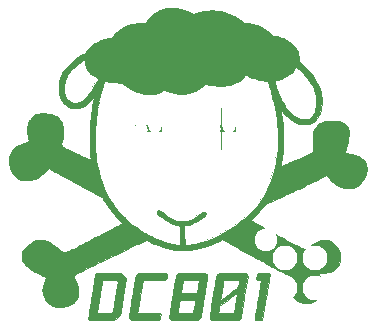
<source format=gbr>
G04 #@! TF.GenerationSoftware,KiCad,Pcbnew,(5.0.0-rc2-dev-321-g78161b592)*
G04 #@! TF.CreationDate,2018-07-11T23:16:50-06:00*
G04 #@! TF.ProjectId,dc801_sheep,64633830315F73686565702E6B696361,rev?*
G04 #@! TF.SameCoordinates,Original*
G04 #@! TF.FileFunction,Legend,Top*
G04 #@! TF.FilePolarity,Positive*
%FSLAX46Y46*%
G04 Gerber Fmt 4.6, Leading zero omitted, Abs format (unit mm)*
G04 Created by KiCad (PCBNEW (5.0.0-rc2-dev-321-g78161b592)) date 07/11/18 23:16:50*
%MOMM*%
%LPD*%
G01*
G04 APERTURE LIST*
%ADD10C,0.150000*%
%ADD11C,0.010000*%
%ADD12R,1.150000X1.500000*%
%ADD13O,2.100000X2.100000*%
%ADD14C,2.100000*%
%ADD15C,1.924000*%
%ADD16C,1.200000*%
G04 APERTURE END LIST*
D10*
X140940000Y-80270000D02*
X140390000Y-79490000D01*
X139830000Y-80270000D02*
X140940000Y-80270000D01*
X140390000Y-79490000D02*
X139830000Y-80270000D01*
X139830000Y-79490000D02*
X140940000Y-79490000D01*
X146050000Y-79480000D02*
X147160000Y-79480000D01*
X146610000Y-79480000D02*
X146050000Y-80260000D01*
X146050000Y-80260000D02*
X147160000Y-80260000D01*
X147160000Y-80260000D02*
X146610000Y-79480000D01*
X150480860Y-89323780D02*
G75*
G03X150480860Y-89323780I-100000J0D01*
G01*
X150580860Y-89323780D02*
G75*
G03X150580860Y-89323780I-200000J0D01*
G01*
X150680860Y-89323780D02*
G75*
G03X150680860Y-89323780I-300000J0D01*
G01*
X150793171Y-89323780D02*
G75*
G03X150793171Y-89323780I-412311J0D01*
G01*
X150919376Y-89323780D02*
G75*
G03X150919376Y-89323780I-538516J0D01*
G01*
X151051680Y-89323780D02*
G75*
G03X151051680Y-89323780I-670820J0D01*
G01*
X151180860Y-89323780D02*
G75*
G03X151180860Y-89323780I-800000J0D01*
G01*
D11*
G36*
X146760310Y-77889537D02*
X146999972Y-77922355D01*
X147236686Y-77984969D01*
X147443464Y-78066459D01*
X147646780Y-78176704D01*
X147838589Y-78314066D01*
X148015022Y-78474804D01*
X148172209Y-78655174D01*
X148306283Y-78851437D01*
X148365311Y-78958003D01*
X148459874Y-79168243D01*
X148526211Y-79376629D01*
X148566120Y-79590736D01*
X148581396Y-79818137D01*
X148581634Y-79869975D01*
X148565247Y-80123853D01*
X148519136Y-80366539D01*
X148443517Y-80597522D01*
X148338602Y-80816290D01*
X148204604Y-81022332D01*
X148041737Y-81215135D01*
X148004441Y-81253340D01*
X147815327Y-81421157D01*
X147611557Y-81560846D01*
X147392525Y-81672732D01*
X147157625Y-81757139D01*
X146984080Y-81799916D01*
X146916574Y-81810753D01*
X146831037Y-81820260D01*
X146736282Y-81827907D01*
X146641120Y-81833165D01*
X146554362Y-81835506D01*
X146484819Y-81834399D01*
X146454180Y-81831745D01*
X146339486Y-81815096D01*
X146247805Y-81799806D01*
X146170521Y-81784062D01*
X146099017Y-81766053D01*
X146024674Y-81743967D01*
X146001177Y-81736484D01*
X145773717Y-81646980D01*
X145560343Y-81530567D01*
X145363442Y-81389542D01*
X145185401Y-81226199D01*
X145028609Y-81042835D01*
X144895452Y-80841745D01*
X144788319Y-80625226D01*
X144754273Y-80537560D01*
X144684387Y-80297860D01*
X144644674Y-80053425D01*
X144635194Y-79807476D01*
X144656007Y-79563234D01*
X144707174Y-79323922D01*
X144730062Y-79248621D01*
X144822089Y-79017771D01*
X144942365Y-78800567D01*
X145089414Y-78599396D01*
X145221558Y-78455332D01*
X145408044Y-78292500D01*
X145610036Y-78156233D01*
X145824897Y-78046994D01*
X146049992Y-77965243D01*
X146282683Y-77911442D01*
X146520334Y-77886053D01*
X146760310Y-77889537D01*
X146760310Y-77889537D01*
G37*
X146760310Y-77889537D02*
X146999972Y-77922355D01*
X147236686Y-77984969D01*
X147443464Y-78066459D01*
X147646780Y-78176704D01*
X147838589Y-78314066D01*
X148015022Y-78474804D01*
X148172209Y-78655174D01*
X148306283Y-78851437D01*
X148365311Y-78958003D01*
X148459874Y-79168243D01*
X148526211Y-79376629D01*
X148566120Y-79590736D01*
X148581396Y-79818137D01*
X148581634Y-79869975D01*
X148565247Y-80123853D01*
X148519136Y-80366539D01*
X148443517Y-80597522D01*
X148338602Y-80816290D01*
X148204604Y-81022332D01*
X148041737Y-81215135D01*
X148004441Y-81253340D01*
X147815327Y-81421157D01*
X147611557Y-81560846D01*
X147392525Y-81672732D01*
X147157625Y-81757139D01*
X146984080Y-81799916D01*
X146916574Y-81810753D01*
X146831037Y-81820260D01*
X146736282Y-81827907D01*
X146641120Y-81833165D01*
X146554362Y-81835506D01*
X146484819Y-81834399D01*
X146454180Y-81831745D01*
X146339486Y-81815096D01*
X146247805Y-81799806D01*
X146170521Y-81784062D01*
X146099017Y-81766053D01*
X146024674Y-81743967D01*
X146001177Y-81736484D01*
X145773717Y-81646980D01*
X145560343Y-81530567D01*
X145363442Y-81389542D01*
X145185401Y-81226199D01*
X145028609Y-81042835D01*
X144895452Y-80841745D01*
X144788319Y-80625226D01*
X144754273Y-80537560D01*
X144684387Y-80297860D01*
X144644674Y-80053425D01*
X144635194Y-79807476D01*
X144656007Y-79563234D01*
X144707174Y-79323922D01*
X144730062Y-79248621D01*
X144822089Y-79017771D01*
X144942365Y-78800567D01*
X145089414Y-78599396D01*
X145221558Y-78455332D01*
X145408044Y-78292500D01*
X145610036Y-78156233D01*
X145824897Y-78046994D01*
X146049992Y-77965243D01*
X146282683Y-77911442D01*
X146520334Y-77886053D01*
X146760310Y-77889537D01*
G36*
X140557292Y-77894061D02*
X140664572Y-77901487D01*
X140747923Y-77913104D01*
X140980657Y-77974234D01*
X141209880Y-78063586D01*
X141427721Y-78177897D01*
X141507333Y-78228165D01*
X141595368Y-78293948D01*
X141693259Y-78379194D01*
X141793752Y-78476571D01*
X141889598Y-78578747D01*
X141973545Y-78678389D01*
X142032498Y-78759187D01*
X142154910Y-78972487D01*
X142249604Y-79197911D01*
X142316135Y-79432179D01*
X142354062Y-79672007D01*
X142362942Y-79914114D01*
X142342331Y-80155217D01*
X142291788Y-80392035D01*
X142264683Y-80480095D01*
X142170970Y-80711324D01*
X142051430Y-80925562D01*
X141908049Y-81121212D01*
X141742811Y-81296681D01*
X141557702Y-81450372D01*
X141354708Y-81580689D01*
X141135814Y-81686038D01*
X140903006Y-81764822D01*
X140658270Y-81815447D01*
X140592438Y-81823855D01*
X140482361Y-81834288D01*
X140388764Y-81838101D01*
X140297028Y-81835275D01*
X140192535Y-81825790D01*
X140170521Y-81823290D01*
X139926517Y-81779544D01*
X139693186Y-81707230D01*
X139472669Y-81608100D01*
X139267107Y-81483912D01*
X139078641Y-81336419D01*
X138909412Y-81167377D01*
X138761562Y-80978540D01*
X138637231Y-80771664D01*
X138538560Y-80548503D01*
X138508645Y-80461086D01*
X138457027Y-80256177D01*
X138426169Y-80039072D01*
X138416759Y-79819628D01*
X138429489Y-79607704D01*
X138442576Y-79517694D01*
X138500269Y-79277652D01*
X138586084Y-79050174D01*
X138698206Y-78837123D01*
X138834821Y-78640367D01*
X138994115Y-78461768D01*
X139174274Y-78303193D01*
X139373485Y-78166505D01*
X139589931Y-78053571D01*
X139821801Y-77966256D01*
X139996158Y-77920540D01*
X140081703Y-77907059D01*
X140189583Y-77897582D01*
X140310804Y-77892197D01*
X140436372Y-77890994D01*
X140557292Y-77894061D01*
X140557292Y-77894061D01*
G37*
X140557292Y-77894061D02*
X140664572Y-77901487D01*
X140747923Y-77913104D01*
X140980657Y-77974234D01*
X141209880Y-78063586D01*
X141427721Y-78177897D01*
X141507333Y-78228165D01*
X141595368Y-78293948D01*
X141693259Y-78379194D01*
X141793752Y-78476571D01*
X141889598Y-78578747D01*
X141973545Y-78678389D01*
X142032498Y-78759187D01*
X142154910Y-78972487D01*
X142249604Y-79197911D01*
X142316135Y-79432179D01*
X142354062Y-79672007D01*
X142362942Y-79914114D01*
X142342331Y-80155217D01*
X142291788Y-80392035D01*
X142264683Y-80480095D01*
X142170970Y-80711324D01*
X142051430Y-80925562D01*
X141908049Y-81121212D01*
X141742811Y-81296681D01*
X141557702Y-81450372D01*
X141354708Y-81580689D01*
X141135814Y-81686038D01*
X140903006Y-81764822D01*
X140658270Y-81815447D01*
X140592438Y-81823855D01*
X140482361Y-81834288D01*
X140388764Y-81838101D01*
X140297028Y-81835275D01*
X140192535Y-81825790D01*
X140170521Y-81823290D01*
X139926517Y-81779544D01*
X139693186Y-81707230D01*
X139472669Y-81608100D01*
X139267107Y-81483912D01*
X139078641Y-81336419D01*
X138909412Y-81167377D01*
X138761562Y-80978540D01*
X138637231Y-80771664D01*
X138538560Y-80548503D01*
X138508645Y-80461086D01*
X138457027Y-80256177D01*
X138426169Y-80039072D01*
X138416759Y-79819628D01*
X138429489Y-79607704D01*
X138442576Y-79517694D01*
X138500269Y-79277652D01*
X138586084Y-79050174D01*
X138698206Y-78837123D01*
X138834821Y-78640367D01*
X138994115Y-78461768D01*
X139174274Y-78303193D01*
X139373485Y-78166505D01*
X139589931Y-78053571D01*
X139821801Y-77966256D01*
X139996158Y-77920540D01*
X140081703Y-77907059D01*
X140189583Y-77897582D01*
X140310804Y-77892197D01*
X140436372Y-77890994D01*
X140557292Y-77894061D01*
G36*
X142798446Y-69710449D02*
X143099559Y-69761729D01*
X143404850Y-69841228D01*
X143712956Y-69948973D01*
X143999142Y-70073748D01*
X144246231Y-70191809D01*
X144428303Y-70126689D01*
X144772111Y-70019988D01*
X145117774Y-69944894D01*
X145464387Y-69901345D01*
X145811043Y-69889278D01*
X146156835Y-69908632D01*
X146500859Y-69959345D01*
X146842206Y-70041353D01*
X147179972Y-70154595D01*
X147513249Y-70299008D01*
X147605561Y-70344981D01*
X147709559Y-70401904D01*
X147830291Y-70473928D01*
X147959954Y-70555941D01*
X148090743Y-70642831D01*
X148214856Y-70729488D01*
X148324490Y-70810799D01*
X148363339Y-70841323D01*
X148424229Y-70889726D01*
X148467657Y-70921619D01*
X148500906Y-70940444D01*
X148531258Y-70949646D01*
X148565997Y-70952669D01*
X148599389Y-70952954D01*
X148678661Y-70956092D01*
X148779653Y-70964710D01*
X148893003Y-70977609D01*
X149009351Y-70993595D01*
X149119334Y-71011470D01*
X149213593Y-71030037D01*
X149227835Y-71033283D01*
X149550700Y-71122387D01*
X149851650Y-71233856D01*
X150132069Y-71368427D01*
X150393344Y-71526840D01*
X150636861Y-71709834D01*
X150837451Y-71891676D01*
X150992687Y-72044702D01*
X151107664Y-72064830D01*
X151272143Y-72098804D01*
X151448061Y-72144297D01*
X151627401Y-72198643D01*
X151802149Y-72259174D01*
X151964291Y-72323226D01*
X152105809Y-72388132D01*
X152152237Y-72412316D01*
X152350779Y-72534390D01*
X152532859Y-72675151D01*
X152694884Y-72831065D01*
X152833260Y-72998594D01*
X152944392Y-73174202D01*
X152963054Y-73210025D01*
X153041666Y-73395411D01*
X153099587Y-73593940D01*
X153135076Y-73797018D01*
X153146391Y-73996051D01*
X153142201Y-74094385D01*
X153129272Y-74255529D01*
X153198623Y-74299404D01*
X153314132Y-74379757D01*
X153443174Y-74482279D01*
X153581446Y-74602824D01*
X153724643Y-74737247D01*
X153868461Y-74881402D01*
X154008596Y-75031144D01*
X154140745Y-75182328D01*
X154233777Y-75296388D01*
X154405363Y-75530983D01*
X154563769Y-75781239D01*
X154705976Y-76041182D01*
X154828965Y-76304839D01*
X154929716Y-76566236D01*
X155005211Y-76819399D01*
X155006882Y-76826108D01*
X155056822Y-77076081D01*
X155085174Y-77331427D01*
X155092562Y-77588471D01*
X155079609Y-77843537D01*
X155046939Y-78092951D01*
X154995176Y-78333036D01*
X154924944Y-78560117D01*
X154836865Y-78770520D01*
X154731564Y-78960569D01*
X154618277Y-79116362D01*
X154481672Y-79256778D01*
X154329319Y-79370108D01*
X154162450Y-79456144D01*
X153982293Y-79514678D01*
X153790082Y-79545499D01*
X153587045Y-79548400D01*
X153374413Y-79523172D01*
X153153417Y-79469605D01*
X152953312Y-79398984D01*
X152683665Y-79274646D01*
X152436189Y-79127775D01*
X152209854Y-78957576D01*
X152003634Y-78763253D01*
X151816499Y-78544010D01*
X151771423Y-78483625D01*
X151723350Y-78418281D01*
X151682101Y-78363783D01*
X151651095Y-78324525D01*
X151633752Y-78304905D01*
X151631374Y-78303566D01*
X151631994Y-78320252D01*
X151637203Y-78362802D01*
X151646234Y-78425746D01*
X151658319Y-78503612D01*
X151666349Y-78552995D01*
X151743829Y-79085053D01*
X151800439Y-79615065D01*
X151836046Y-80139257D01*
X151850516Y-80653859D01*
X151843716Y-81155099D01*
X151815511Y-81639204D01*
X151786393Y-81936308D01*
X151763813Y-82121385D01*
X151738222Y-82310010D01*
X151710773Y-82494671D01*
X151682615Y-82667860D01*
X151654901Y-82822064D01*
X151636560Y-82913843D01*
X151622172Y-82983875D01*
X151611085Y-83041303D01*
X151604485Y-83079731D01*
X151603345Y-83092770D01*
X151618616Y-83088021D01*
X151659855Y-83071912D01*
X151723888Y-83045786D01*
X151807541Y-83010986D01*
X151907641Y-82968857D01*
X152021014Y-82920742D01*
X152144487Y-82867984D01*
X152274885Y-82811926D01*
X152409035Y-82753913D01*
X152543765Y-82695288D01*
X152589600Y-82675253D01*
X152842049Y-82564206D01*
X153079357Y-82458682D01*
X153300121Y-82359346D01*
X153502939Y-82266858D01*
X153686406Y-82181884D01*
X153849120Y-82105085D01*
X153989680Y-82037125D01*
X154106680Y-81978666D01*
X154198720Y-81930373D01*
X154264395Y-81892906D01*
X154302304Y-81866931D01*
X154304965Y-81864576D01*
X154327639Y-81833355D01*
X154343911Y-81785889D01*
X154353996Y-81719337D01*
X154358112Y-81630856D01*
X154356474Y-81517601D01*
X154349300Y-81376732D01*
X154345933Y-81326263D01*
X154332370Y-81123704D01*
X154322115Y-80949328D01*
X154315241Y-80799692D01*
X154311819Y-80671352D01*
X154311923Y-80560867D01*
X154315626Y-80464793D01*
X154322999Y-80379689D01*
X154334116Y-80302111D01*
X154349049Y-80228618D01*
X154367871Y-80155766D01*
X154370847Y-80145330D01*
X154425949Y-79993937D01*
X154501326Y-79857300D01*
X154601375Y-79728241D01*
X154671049Y-79655395D01*
X154811496Y-79537939D01*
X154975481Y-79438348D01*
X155164062Y-79356135D01*
X155378294Y-79290816D01*
X155539156Y-79255800D01*
X155618669Y-79244712D01*
X155720785Y-79236182D01*
X155839143Y-79230217D01*
X155967384Y-79226823D01*
X156099151Y-79226005D01*
X156228082Y-79227771D01*
X156347821Y-79232125D01*
X156452006Y-79239074D01*
X156534280Y-79248625D01*
X156567172Y-79254823D01*
X156756382Y-79310265D01*
X156919821Y-79383712D01*
X157058420Y-79475915D01*
X157173108Y-79587623D01*
X157264814Y-79719587D01*
X157334466Y-79872558D01*
X157335346Y-79875009D01*
X157358291Y-79964443D01*
X157373345Y-80078043D01*
X157380375Y-80209145D01*
X157379247Y-80351087D01*
X157369828Y-80497205D01*
X157351984Y-80640837D01*
X157350815Y-80648163D01*
X157327217Y-80789182D01*
X157303739Y-80917236D01*
X157278521Y-81040984D01*
X157249705Y-81169083D01*
X157215433Y-81310194D01*
X157173844Y-81472976D01*
X157173305Y-81475050D01*
X157133303Y-81629519D01*
X157101515Y-81753560D01*
X157077875Y-81847434D01*
X157062317Y-81911406D01*
X157054777Y-81945738D01*
X157054171Y-81952290D01*
X157076859Y-81955827D01*
X157124701Y-81964874D01*
X157191785Y-81978206D01*
X157272196Y-81994598D01*
X157360021Y-82012822D01*
X157449348Y-82031654D01*
X157534261Y-82049869D01*
X157608849Y-82066239D01*
X157660063Y-82077871D01*
X157789548Y-82109015D01*
X157896405Y-82137305D01*
X157989313Y-82165397D01*
X158076951Y-82195950D01*
X158167998Y-82231619D01*
X158184594Y-82238446D01*
X158364083Y-82327832D01*
X158518843Y-82436611D01*
X158648129Y-82563556D01*
X158751199Y-82707438D01*
X158827306Y-82867028D01*
X158875708Y-83041098D01*
X158895659Y-83228421D01*
X158889276Y-83401395D01*
X158862089Y-83562236D01*
X158812715Y-83736332D01*
X158744072Y-83917436D01*
X158659080Y-84099303D01*
X158560657Y-84275687D01*
X158451723Y-84440342D01*
X158335196Y-84587023D01*
X158335162Y-84587061D01*
X158217948Y-84700963D01*
X158084920Y-84793227D01*
X157934010Y-84864622D01*
X157763147Y-84915917D01*
X157570263Y-84947880D01*
X157353287Y-84961279D01*
X157326271Y-84961669D01*
X157227883Y-84962019D01*
X157153220Y-84960324D01*
X157094245Y-84955810D01*
X157042918Y-84947706D01*
X156991200Y-84935239D01*
X156960689Y-84926541D01*
X156707552Y-84836872D01*
X156467486Y-84720371D01*
X156236254Y-84574911D01*
X156182355Y-84536012D01*
X156102845Y-84472251D01*
X156010235Y-84389989D01*
X155911060Y-84295724D01*
X155811857Y-84195954D01*
X155719163Y-84097177D01*
X155639515Y-84005892D01*
X155601864Y-83958930D01*
X155558500Y-83904513D01*
X155520925Y-83861124D01*
X155493951Y-83834109D01*
X155483790Y-83827798D01*
X155463991Y-83835410D01*
X155422865Y-83856144D01*
X155366393Y-83886847D01*
X155300557Y-83924365D01*
X155299596Y-83924924D01*
X155218890Y-83970208D01*
X155112489Y-84027218D01*
X154983568Y-84094369D01*
X154835303Y-84170075D01*
X154670867Y-84252752D01*
X154493437Y-84340814D01*
X154306187Y-84432678D01*
X154112291Y-84526758D01*
X153914924Y-84621470D01*
X153717262Y-84715228D01*
X153702241Y-84722306D01*
X153501556Y-84816816D01*
X153320157Y-84902224D01*
X153155285Y-84979814D01*
X153004183Y-85050868D01*
X152864095Y-85116671D01*
X152732263Y-85178505D01*
X152605930Y-85237655D01*
X152482338Y-85295404D01*
X152358732Y-85353035D01*
X152232353Y-85411832D01*
X152100444Y-85473079D01*
X151960248Y-85538058D01*
X151809008Y-85608053D01*
X151643968Y-85684348D01*
X151462369Y-85768227D01*
X151261454Y-85860972D01*
X151038467Y-85963867D01*
X150790650Y-86078196D01*
X150666321Y-86135550D01*
X150550793Y-86188743D01*
X150459290Y-86231537D01*
X150387221Y-86267383D01*
X150329994Y-86299727D01*
X150283019Y-86332018D01*
X150241703Y-86367705D01*
X150201457Y-86410236D01*
X150157688Y-86463059D01*
X150105806Y-86529622D01*
X150056593Y-86593505D01*
X149948124Y-86727928D01*
X149820371Y-86876187D01*
X149678936Y-87032336D01*
X149529422Y-87190429D01*
X149377432Y-87344522D01*
X149228567Y-87488669D01*
X149111582Y-87596333D01*
X149050961Y-87650596D01*
X149143372Y-87703829D01*
X149219938Y-87747473D01*
X149321935Y-87804886D01*
X149446847Y-87874688D01*
X149592156Y-87955498D01*
X149755348Y-88045933D01*
X149933905Y-88144613D01*
X150125311Y-88250157D01*
X150327050Y-88361183D01*
X150536606Y-88476309D01*
X150751463Y-88594155D01*
X150969103Y-88713340D01*
X151187012Y-88832481D01*
X151402672Y-88950198D01*
X151613568Y-89065110D01*
X151817183Y-89175834D01*
X152011000Y-89280991D01*
X152192505Y-89379197D01*
X152354050Y-89466313D01*
X152512402Y-89550857D01*
X152671383Y-89634460D01*
X152828194Y-89715740D01*
X152980031Y-89793314D01*
X153124093Y-89865799D01*
X153257578Y-89931813D01*
X153377684Y-89989972D01*
X153481610Y-90038894D01*
X153566553Y-90077197D01*
X153629712Y-90103497D01*
X153668285Y-90116411D01*
X153673113Y-90117308D01*
X153719325Y-90117085D01*
X153770293Y-90103311D01*
X153829360Y-90074021D01*
X153899864Y-90027251D01*
X153985146Y-89961034D01*
X154088547Y-89873406D01*
X154090309Y-89871870D01*
X154202193Y-89775222D01*
X154295303Y-89697216D01*
X154373971Y-89634658D01*
X154442527Y-89584355D01*
X154505303Y-89543115D01*
X154566630Y-89507745D01*
X154624143Y-89478301D01*
X154831817Y-89390639D01*
X155034558Y-89332276D01*
X155231130Y-89303233D01*
X155420300Y-89303530D01*
X155600831Y-89333188D01*
X155771491Y-89392226D01*
X155894484Y-89457160D01*
X156075166Y-89585091D01*
X156234972Y-89732552D01*
X156372430Y-89896696D01*
X156486068Y-90074680D01*
X156574416Y-90263659D01*
X156636001Y-90460788D01*
X156669352Y-90663224D01*
X156672999Y-90868121D01*
X156665986Y-90948644D01*
X156629621Y-91141321D01*
X156568086Y-91324829D01*
X156483665Y-91495363D01*
X156378645Y-91649119D01*
X156255309Y-91782291D01*
X156115943Y-91891073D01*
X156090479Y-91907074D01*
X156036201Y-91937845D01*
X155980218Y-91964342D01*
X155918725Y-91987437D01*
X155847916Y-92008000D01*
X155763985Y-92026900D01*
X155663125Y-92045008D01*
X155541530Y-92063194D01*
X155395395Y-92082328D01*
X155244043Y-92100574D01*
X155144288Y-92112754D01*
X155049857Y-92125154D01*
X154965696Y-92137035D01*
X154896752Y-92147661D01*
X154847970Y-92156295D01*
X154824296Y-92162199D01*
X154822829Y-92163352D01*
X154828364Y-92178784D01*
X154842911Y-92215775D01*
X154863386Y-92266484D01*
X154864496Y-92269206D01*
X154941840Y-92491973D01*
X155001103Y-92734228D01*
X155040892Y-92988402D01*
X155059815Y-93246926D01*
X155061252Y-93338734D01*
X155054657Y-93515721D01*
X155033469Y-93672995D01*
X154995589Y-93820075D01*
X154938913Y-93966481D01*
X154908328Y-94031423D01*
X154868354Y-94107603D01*
X154828575Y-94170378D01*
X154781503Y-94229964D01*
X154719647Y-94296580D01*
X154697416Y-94319132D01*
X154609969Y-94401088D01*
X154525593Y-94469044D01*
X154455179Y-94515027D01*
X154270508Y-94599466D01*
X154077012Y-94654427D01*
X153877511Y-94680014D01*
X153674823Y-94676328D01*
X153471769Y-94643472D01*
X153271167Y-94581550D01*
X153075837Y-94490663D01*
X153027502Y-94463038D01*
X152893906Y-94369705D01*
X152767360Y-94254800D01*
X152653273Y-94124789D01*
X152557051Y-93986140D01*
X152484100Y-93845317D01*
X152461311Y-93785933D01*
X152432822Y-93674362D01*
X152414494Y-93542909D01*
X152406815Y-93401973D01*
X152410275Y-93261956D01*
X152425364Y-93133258D01*
X152429554Y-93111098D01*
X152463751Y-92966470D01*
X152507108Y-92820165D01*
X152555513Y-92685356D01*
X152582224Y-92622148D01*
X152626877Y-92523319D01*
X152353920Y-92373813D01*
X152243052Y-92313108D01*
X152116927Y-92244084D01*
X151987726Y-92173404D01*
X151867630Y-92107734D01*
X151810751Y-92076645D01*
X151738260Y-92037015D01*
X151642404Y-91984586D01*
X151527698Y-91921830D01*
X151398660Y-91851219D01*
X151259807Y-91775223D01*
X151115654Y-91696315D01*
X150970718Y-91616966D01*
X150896796Y-91576490D01*
X150752425Y-91497450D01*
X150605816Y-91417209D01*
X150461605Y-91338304D01*
X150324431Y-91263270D01*
X150198928Y-91194643D01*
X150089735Y-91134960D01*
X150001488Y-91086757D01*
X149966946Y-91067905D01*
X149889089Y-91025362D01*
X149788247Y-90970158D01*
X149669286Y-90904961D01*
X149537071Y-90832441D01*
X149396466Y-90755266D01*
X149252338Y-90676104D01*
X149109550Y-90597624D01*
X149068886Y-90575263D01*
X148900825Y-90482863D01*
X148742102Y-90395657D01*
X148588870Y-90311540D01*
X148437283Y-90228407D01*
X148283497Y-90144153D01*
X148123664Y-90056673D01*
X147953940Y-89963860D01*
X147770479Y-89863611D01*
X147569434Y-89753820D01*
X147346961Y-89632382D01*
X147179500Y-89540998D01*
X146680915Y-89268945D01*
X146448280Y-89383593D01*
X146353695Y-89429404D01*
X146253801Y-89476431D01*
X146158697Y-89520002D01*
X146078482Y-89555446D01*
X146056753Y-89564667D01*
X145979871Y-89596953D01*
X145903207Y-89629391D01*
X145838052Y-89657193D01*
X145809974Y-89669313D01*
X145703417Y-89712593D01*
X145572559Y-89760872D01*
X145424087Y-89812065D01*
X145264691Y-89864083D01*
X145101058Y-89914842D01*
X144939877Y-89962253D01*
X144787837Y-90004231D01*
X144651625Y-90038688D01*
X144561318Y-90058868D01*
X144261857Y-90115336D01*
X143983530Y-90156458D01*
X143719801Y-90182535D01*
X143464129Y-90193867D01*
X143209977Y-90190752D01*
X142950806Y-90173492D01*
X142695044Y-90144406D01*
X142364301Y-90088828D01*
X142018603Y-90009213D01*
X141662150Y-89906895D01*
X141299139Y-89783208D01*
X140933770Y-89639487D01*
X140570240Y-89477066D01*
X140519992Y-89453037D01*
X140228483Y-89312487D01*
X139717302Y-89557002D01*
X139570063Y-89627401D01*
X139402982Y-89707238D01*
X139224921Y-89792280D01*
X139044740Y-89878298D01*
X138871299Y-89961060D01*
X138713458Y-90036337D01*
X138673642Y-90055317D01*
X138287920Y-90239352D01*
X137912847Y-90418671D01*
X137549523Y-90592739D01*
X137199048Y-90761018D01*
X136862523Y-90922974D01*
X136541049Y-91078069D01*
X136235724Y-91225769D01*
X135947649Y-91365537D01*
X135677926Y-91496837D01*
X135427652Y-91619133D01*
X135197930Y-91731889D01*
X134989859Y-91834569D01*
X134804539Y-91926637D01*
X134643071Y-92007558D01*
X134506555Y-92076794D01*
X134396090Y-92133810D01*
X134312777Y-92178070D01*
X134283696Y-92194098D01*
X134227810Y-92227073D01*
X134192901Y-92253939D01*
X134171366Y-92282509D01*
X134155600Y-92320595D01*
X134153011Y-92328381D01*
X134128772Y-92408943D01*
X134117622Y-92469959D01*
X134120202Y-92521136D01*
X134137156Y-92572179D01*
X134169123Y-92632794D01*
X134173649Y-92640575D01*
X134284770Y-92855034D01*
X134373413Y-93078123D01*
X134438141Y-93304561D01*
X134477523Y-93529063D01*
X134490125Y-93746347D01*
X134488803Y-93801828D01*
X134473288Y-93973130D01*
X134440268Y-94122900D01*
X134386782Y-94257874D01*
X134309873Y-94384787D01*
X134206578Y-94510374D01*
X134153028Y-94565930D01*
X134082440Y-94634143D01*
X134022743Y-94685384D01*
X133964191Y-94726861D01*
X133897038Y-94765783D01*
X133849550Y-94790410D01*
X133772037Y-94827728D01*
X133692124Y-94863163D01*
X133621419Y-94891699D01*
X133587284Y-94903731D01*
X133403635Y-94952254D01*
X133205660Y-94986492D01*
X133004430Y-95005251D01*
X132811013Y-95007332D01*
X132699545Y-94999689D01*
X132565546Y-94976483D01*
X132422701Y-94935881D01*
X132285374Y-94882207D01*
X132244168Y-94862590D01*
X132076196Y-94760899D01*
X131923100Y-94632530D01*
X131786769Y-94479821D01*
X131669089Y-94305110D01*
X131571946Y-94110732D01*
X131516059Y-93960776D01*
X131475999Y-93823222D01*
X131452041Y-93702898D01*
X131443376Y-93590114D01*
X131449194Y-93475185D01*
X131466033Y-93362501D01*
X131487278Y-93267879D01*
X131519050Y-93152465D01*
X131558597Y-93024351D01*
X131603166Y-92891627D01*
X131650007Y-92762387D01*
X131696368Y-92644720D01*
X131739496Y-92546719D01*
X131752440Y-92520292D01*
X131774472Y-92471764D01*
X131779541Y-92444978D01*
X131771731Y-92436093D01*
X131530524Y-92356257D01*
X131288504Y-92259950D01*
X131040044Y-92144676D01*
X130779518Y-92007940D01*
X130678523Y-91951171D01*
X130529326Y-91863489D01*
X130403469Y-91783702D01*
X130294942Y-91707491D01*
X130197738Y-91630537D01*
X130105846Y-91548518D01*
X130068517Y-91512626D01*
X129933006Y-91366068D01*
X129827687Y-91220556D01*
X129751202Y-91073242D01*
X129702193Y-90921277D01*
X129679300Y-90761812D01*
X129677147Y-90691862D01*
X129692501Y-90527409D01*
X129737074Y-90366358D01*
X129808632Y-90216727D01*
X129810373Y-90213822D01*
X129920589Y-90056345D01*
X130055390Y-89905979D01*
X130210154Y-89765650D01*
X130380259Y-89638282D01*
X130561080Y-89526802D01*
X130747996Y-89434135D01*
X130936383Y-89363206D01*
X131121620Y-89316940D01*
X131253952Y-89300301D01*
X131381835Y-89297769D01*
X131507401Y-89308407D01*
X131633136Y-89333439D01*
X131761524Y-89374086D01*
X131895051Y-89431572D01*
X132036201Y-89507120D01*
X132187460Y-89601954D01*
X132351312Y-89717296D01*
X132530243Y-89854370D01*
X132726738Y-90014397D01*
X132757997Y-90040555D01*
X132859333Y-90124122D01*
X132947369Y-90193691D01*
X133019493Y-90247310D01*
X133073097Y-90283031D01*
X133102491Y-90297980D01*
X133167853Y-90311546D01*
X133253470Y-90317187D01*
X133348862Y-90315103D01*
X133443548Y-90305491D01*
X133521410Y-90290068D01*
X133581179Y-90270425D01*
X133667324Y-90236251D01*
X133778342Y-90188299D01*
X133912732Y-90127319D01*
X134068993Y-90054062D01*
X134245623Y-89969278D01*
X134441121Y-89873719D01*
X134653985Y-89768134D01*
X134882714Y-89653276D01*
X135125807Y-89529895D01*
X135381761Y-89398741D01*
X135649076Y-89260566D01*
X135926250Y-89116119D01*
X136211782Y-88966153D01*
X136504170Y-88811417D01*
X136801913Y-88652663D01*
X136885470Y-88607898D01*
X137016488Y-88537675D01*
X137158148Y-88461824D01*
X137302665Y-88384508D01*
X137442258Y-88309888D01*
X137569140Y-88242128D01*
X137672266Y-88187129D01*
X137820861Y-88107782D01*
X137946142Y-88040517D01*
X138047146Y-87985858D01*
X138122910Y-87944330D01*
X138172471Y-87916455D01*
X138194867Y-87902757D01*
X138195236Y-87902471D01*
X138186296Y-87890339D01*
X138157754Y-87859053D01*
X138112649Y-87811771D01*
X138054022Y-87751655D01*
X137984910Y-87681865D01*
X137937859Y-87634854D01*
X137696900Y-87385988D01*
X137480737Y-87143201D01*
X137284560Y-86900989D01*
X137208468Y-86800138D01*
X137065159Y-86600152D01*
X136927450Y-86396316D01*
X136799829Y-86195636D01*
X136686786Y-86005119D01*
X136613503Y-85871656D01*
X136547263Y-85745866D01*
X136112361Y-85513327D01*
X135915063Y-85407730D01*
X135700389Y-85292645D01*
X135471023Y-85169521D01*
X135229649Y-85039808D01*
X134978952Y-84904954D01*
X134721615Y-84766408D01*
X134460324Y-84625619D01*
X134197761Y-84484037D01*
X133936612Y-84343111D01*
X133679561Y-84204288D01*
X133429292Y-84069019D01*
X133188489Y-83938753D01*
X132959837Y-83814938D01*
X132746019Y-83699024D01*
X132549720Y-83592459D01*
X132373624Y-83496693D01*
X132220416Y-83413174D01*
X132102951Y-83348929D01*
X131961733Y-83271526D01*
X131912212Y-83302503D01*
X131884533Y-83324550D01*
X131840335Y-83365265D01*
X131784554Y-83419864D01*
X131722129Y-83483559D01*
X131683701Y-83523980D01*
X131568280Y-83642222D01*
X131449439Y-83755585D01*
X131333256Y-83858626D01*
X131225809Y-83945899D01*
X131155369Y-83997216D01*
X131055702Y-84058582D01*
X130947855Y-84110694D01*
X130821727Y-84158229D01*
X130773893Y-84173860D01*
X130676017Y-84203258D01*
X130587084Y-84225717D01*
X130500207Y-84242093D01*
X130408497Y-84253245D01*
X130305068Y-84260032D01*
X130183030Y-84263312D01*
X130050676Y-84263973D01*
X129933764Y-84263429D01*
X129842991Y-84261904D01*
X129772711Y-84258978D01*
X129717278Y-84254230D01*
X129671046Y-84247241D01*
X129628370Y-84237589D01*
X129603160Y-84230645D01*
X129435787Y-84165952D01*
X129279733Y-84072455D01*
X129136328Y-83951531D01*
X129006901Y-83804554D01*
X128892782Y-83632901D01*
X128795301Y-83437947D01*
X128764906Y-83363286D01*
X128711827Y-83209854D01*
X128672458Y-83058021D01*
X128644401Y-82896735D01*
X128625909Y-82723104D01*
X128618677Y-82622631D01*
X128615677Y-82543150D01*
X128617103Y-82474120D01*
X128623150Y-82405002D01*
X128633137Y-82331095D01*
X128678421Y-82123274D01*
X128749858Y-81933366D01*
X128847917Y-81760545D01*
X128973068Y-81603991D01*
X129125782Y-81462879D01*
X129131370Y-81458418D01*
X129214794Y-81397347D01*
X129304068Y-81343310D01*
X129404859Y-81293654D01*
X129522833Y-81245727D01*
X129663658Y-81196877D01*
X129746045Y-81170772D01*
X129888021Y-81124821D01*
X130001864Y-81083108D01*
X130090719Y-81044180D01*
X130157731Y-81006588D01*
X130206042Y-80968879D01*
X130223403Y-80950443D01*
X130255101Y-80907043D01*
X130271933Y-80865024D01*
X130274518Y-80816411D01*
X130263476Y-80753229D01*
X130244160Y-80683185D01*
X130212152Y-80562317D01*
X130189377Y-80441511D01*
X130174772Y-80312227D01*
X130167275Y-80165928D01*
X130165696Y-80052766D01*
X130174121Y-79820580D01*
X130200964Y-79612147D01*
X130246727Y-79424958D01*
X130311915Y-79256503D01*
X130334764Y-79210338D01*
X130376509Y-79145261D01*
X130437848Y-79068715D01*
X130512250Y-78987346D01*
X130593189Y-78907802D01*
X130674134Y-78836731D01*
X130748557Y-78780782D01*
X130770123Y-78767040D01*
X130929140Y-78689463D01*
X131109639Y-78635280D01*
X131311567Y-78604496D01*
X131534873Y-78597119D01*
X131779504Y-78613155D01*
X131853724Y-78622094D01*
X132051715Y-78652782D01*
X132222944Y-78690021D01*
X132372112Y-78735830D01*
X132503920Y-78792224D01*
X132623070Y-78861223D01*
X132734265Y-78944843D01*
X132842206Y-79045102D01*
X132844202Y-79047126D01*
X132929927Y-79142289D01*
X133001552Y-79241013D01*
X133060118Y-79346899D01*
X133106670Y-79463542D01*
X133142251Y-79594541D01*
X133167904Y-79743494D01*
X133184672Y-79913999D01*
X133193599Y-80109654D01*
X133195724Y-80259400D01*
X133195679Y-80388415D01*
X133193710Y-80492653D01*
X133188859Y-80579110D01*
X133180174Y-80654784D01*
X133166697Y-80726673D01*
X133147476Y-80801772D01*
X133121553Y-80887081D01*
X133101721Y-80948097D01*
X133067503Y-81056127D01*
X133045266Y-81143422D01*
X133037089Y-81214528D01*
X133045053Y-81273990D01*
X133071238Y-81326354D01*
X133117724Y-81376166D01*
X133186593Y-81427972D01*
X133279923Y-81486318D01*
X133372704Y-81540245D01*
X133473266Y-81596255D01*
X133586979Y-81656397D01*
X133715777Y-81721580D01*
X133861594Y-81792716D01*
X134026364Y-81870714D01*
X134212022Y-81956484D01*
X134420501Y-82050937D01*
X134653737Y-82154983D01*
X134913663Y-82269531D01*
X135041665Y-82325538D01*
X135125836Y-82361732D01*
X135213459Y-82398444D01*
X135299549Y-82433696D01*
X135379124Y-82465510D01*
X135447197Y-82491908D01*
X135498786Y-82510912D01*
X135528906Y-82520545D01*
X135534539Y-82521108D01*
X135534614Y-82504233D01*
X135530666Y-82465042D01*
X135524825Y-82421102D01*
X135498868Y-82213208D01*
X135477036Y-81978587D01*
X135459490Y-81722053D01*
X135446392Y-81448422D01*
X135437906Y-81162509D01*
X135434194Y-80869127D01*
X135435138Y-80640842D01*
X135990142Y-80640842D01*
X135990535Y-81102747D01*
X136004956Y-81550230D01*
X136033761Y-81978917D01*
X136077307Y-82384431D01*
X136082158Y-82421102D01*
X136160286Y-82907421D01*
X136262618Y-83388114D01*
X136388103Y-83860265D01*
X136535691Y-84320957D01*
X136704331Y-84767275D01*
X136892972Y-85196301D01*
X137100563Y-85605121D01*
X137326053Y-85990818D01*
X137422089Y-86139570D01*
X137686697Y-86511342D01*
X137975902Y-86866955D01*
X138290631Y-87207316D01*
X138631810Y-87533332D01*
X139000368Y-87845910D01*
X139397231Y-88145957D01*
X139655209Y-88324289D01*
X139748412Y-88385591D01*
X139844298Y-88446859D01*
X139938951Y-88505772D01*
X140028455Y-88560012D01*
X140108897Y-88607257D01*
X140176359Y-88645188D01*
X140226928Y-88671484D01*
X140256687Y-88683826D01*
X140262439Y-88684107D01*
X140278882Y-88688242D01*
X140283367Y-88695912D01*
X140300703Y-88711239D01*
X140343079Y-88737661D01*
X140406551Y-88773214D01*
X140487174Y-88815934D01*
X140581004Y-88863859D01*
X140684097Y-88915024D01*
X140792510Y-88967466D01*
X140902296Y-89019223D01*
X141009513Y-89068329D01*
X141110216Y-89112822D01*
X141181006Y-89142772D01*
X141530109Y-89277363D01*
X141876337Y-89392111D01*
X142213193Y-89484965D01*
X142395658Y-89526706D01*
X142459662Y-89539136D01*
X142540054Y-89553184D01*
X142629911Y-89567814D01*
X142722310Y-89581992D01*
X142810328Y-89594684D01*
X142887043Y-89604855D01*
X142945530Y-89611471D01*
X142976635Y-89613530D01*
X143018059Y-89613530D01*
X143007657Y-89164500D01*
X143004376Y-89030262D01*
X143000654Y-88890311D01*
X142996722Y-88752534D01*
X142992809Y-88624817D01*
X142989149Y-88515048D01*
X142986694Y-88448904D01*
X142976134Y-88182338D01*
X142934932Y-88173568D01*
X142663919Y-88103543D01*
X142407462Y-88010943D01*
X142157445Y-87892551D01*
X141998374Y-87802546D01*
X141891703Y-87736710D01*
X141778242Y-87663514D01*
X141661698Y-87585634D01*
X141545782Y-87505747D01*
X141434200Y-87426531D01*
X141330662Y-87350663D01*
X141238875Y-87280820D01*
X141162550Y-87219678D01*
X141105394Y-87169916D01*
X141071116Y-87134209D01*
X141069428Y-87131978D01*
X141034252Y-87058866D01*
X141023774Y-86975149D01*
X141037811Y-86890013D01*
X141075722Y-86813288D01*
X141131724Y-86759417D01*
X141205325Y-86722923D01*
X141286826Y-86706228D01*
X141366528Y-86711755D01*
X141413646Y-86728862D01*
X141441058Y-86745935D01*
X141488782Y-86778526D01*
X141551726Y-86823043D01*
X141624799Y-86875892D01*
X141691806Y-86925224D01*
X141908193Y-87082032D01*
X142105689Y-87216680D01*
X142286953Y-87330378D01*
X142454643Y-87424341D01*
X142611416Y-87499779D01*
X142759930Y-87557904D01*
X142902843Y-87599929D01*
X143042812Y-87627066D01*
X143182495Y-87640526D01*
X143264684Y-87642544D01*
X143490019Y-87626787D01*
X143719265Y-87579655D01*
X143951971Y-87501260D01*
X144117635Y-87427378D01*
X144203933Y-87381567D01*
X144308512Y-87320505D01*
X144424620Y-87248536D01*
X144545504Y-87170002D01*
X144664413Y-87089247D01*
X144774595Y-87010614D01*
X144829669Y-86969354D01*
X144917379Y-86905122D01*
X144988058Y-86861580D01*
X145047413Y-86837205D01*
X145101153Y-86830474D01*
X145154987Y-86839862D01*
X145214623Y-86863846D01*
X145218312Y-86865620D01*
X145290378Y-86916864D01*
X145340775Y-86986630D01*
X145367266Y-87068279D01*
X145367614Y-87155176D01*
X145342653Y-87234599D01*
X145316490Y-87269435D01*
X145267041Y-87317923D01*
X145198153Y-87377146D01*
X145113671Y-87444188D01*
X145017442Y-87516132D01*
X144913310Y-87590060D01*
X144805121Y-87663058D01*
X144696721Y-87732207D01*
X144645763Y-87763163D01*
X144477714Y-87856799D01*
X144302412Y-87942347D01*
X144125947Y-88017438D01*
X143954411Y-88079707D01*
X143793895Y-88126786D01*
X143650489Y-88156309D01*
X143624955Y-88159829D01*
X143532851Y-88171337D01*
X143542817Y-88395719D01*
X143545729Y-88470112D01*
X143549054Y-88569915D01*
X143552610Y-88688750D01*
X143556217Y-88820244D01*
X143559694Y-88958019D01*
X143562860Y-89095701D01*
X143563485Y-89124762D01*
X143566498Y-89264537D01*
X143569148Y-89375783D01*
X143571718Y-89461755D01*
X143574493Y-89525707D01*
X143577756Y-89570893D01*
X143581792Y-89600569D01*
X143586883Y-89617988D01*
X143593314Y-89626406D01*
X143601369Y-89629076D01*
X143607487Y-89629272D01*
X143635179Y-89627501D01*
X143687459Y-89622761D01*
X143757339Y-89615733D01*
X143837828Y-89607096D01*
X143855025Y-89605187D01*
X144220849Y-89553354D01*
X144586204Y-89479269D01*
X144953438Y-89382110D01*
X145324896Y-89261060D01*
X145702926Y-89115299D01*
X146089875Y-88944007D01*
X146488089Y-88746366D01*
X146803868Y-88575710D01*
X147290291Y-88287766D01*
X147751966Y-87980920D01*
X148190625Y-87653860D01*
X148608000Y-87305277D01*
X149005822Y-86933858D01*
X149110013Y-86829584D01*
X149278275Y-86655228D01*
X149425614Y-86494358D01*
X149556463Y-86341284D01*
X149675254Y-86190316D01*
X149786418Y-86035762D01*
X149894387Y-85871932D01*
X150003593Y-85693136D01*
X150029714Y-85648678D01*
X150141786Y-85450771D01*
X150245565Y-85254402D01*
X150344474Y-85052428D01*
X150441939Y-84837707D01*
X150541385Y-84603095D01*
X150597925Y-84463592D01*
X150642215Y-84349610D01*
X150689253Y-84222971D01*
X150737177Y-84089191D01*
X150784128Y-83953784D01*
X150828244Y-83822266D01*
X150867667Y-83700149D01*
X150900534Y-83592950D01*
X150924986Y-83506183D01*
X150935709Y-83462343D01*
X150947778Y-83408861D01*
X150965234Y-83333331D01*
X150986013Y-83244609D01*
X151008048Y-83151551D01*
X151015036Y-83122266D01*
X151127689Y-82583699D01*
X151210955Y-82033384D01*
X151264840Y-81471688D01*
X151289347Y-80898979D01*
X151284480Y-80315624D01*
X151250246Y-79721989D01*
X151186647Y-79118443D01*
X151093689Y-78505350D01*
X150971375Y-77883080D01*
X150950221Y-77787747D01*
X150897082Y-77560001D01*
X150836109Y-77312821D01*
X150769543Y-77054557D01*
X150699624Y-76793560D01*
X150628592Y-76538180D01*
X150558686Y-76296767D01*
X150492147Y-76077673D01*
X150487600Y-76063154D01*
X150442696Y-75920100D01*
X150260453Y-75908974D01*
X150002763Y-75884001D01*
X149936326Y-75872928D01*
X151201516Y-75872928D01*
X151202742Y-75890128D01*
X151211952Y-75932472D01*
X151227698Y-75994750D01*
X151248530Y-76071747D01*
X151272997Y-76158253D01*
X151299651Y-76249053D01*
X151327041Y-76338937D01*
X151353717Y-76422691D01*
X151358321Y-76436684D01*
X151509472Y-76850543D01*
X151682337Y-77244803D01*
X151876055Y-77617750D01*
X152089765Y-77967667D01*
X152226715Y-78165145D01*
X152365391Y-78339716D01*
X152510318Y-78488412D01*
X152668226Y-78617146D01*
X152845845Y-78731829D01*
X152916778Y-78771279D01*
X153109562Y-78864432D01*
X153293812Y-78933153D01*
X153467514Y-78977006D01*
X153628652Y-78995553D01*
X153775213Y-78988355D01*
X153847676Y-78973585D01*
X153982364Y-78921584D01*
X154103148Y-78841080D01*
X154209910Y-78732212D01*
X154302535Y-78595122D01*
X154380909Y-78429948D01*
X154439757Y-78255318D01*
X154504148Y-77973638D01*
X154536803Y-77693577D01*
X154537711Y-77414755D01*
X154506862Y-77136788D01*
X154444247Y-76859296D01*
X154399555Y-76716303D01*
X154319111Y-76510108D01*
X154216353Y-76293453D01*
X154095386Y-76073568D01*
X153960311Y-75857680D01*
X153815232Y-75653016D01*
X153744577Y-75562535D01*
X153667617Y-75471259D01*
X153578690Y-75372584D01*
X153481896Y-75270483D01*
X153381334Y-75168930D01*
X153281105Y-75071896D01*
X153185307Y-74983356D01*
X153098039Y-74907281D01*
X153023402Y-74847646D01*
X152967891Y-74809815D01*
X152949286Y-74816894D01*
X152917588Y-74850699D01*
X152874213Y-74909670D01*
X152865672Y-74922247D01*
X152722458Y-75106882D01*
X152552945Y-75274439D01*
X152357960Y-75424416D01*
X152138329Y-75556310D01*
X151894878Y-75669620D01*
X151628435Y-75763845D01*
X151365695Y-75832801D01*
X151298975Y-75848012D01*
X151244964Y-75860927D01*
X151210450Y-75869888D01*
X151201516Y-75872928D01*
X149936326Y-75872928D01*
X149747664Y-75841484D01*
X149500405Y-75782915D01*
X149266236Y-75709784D01*
X149050409Y-75623583D01*
X148858172Y-75525801D01*
X148810305Y-75497181D01*
X148686829Y-75420614D01*
X148591919Y-75536253D01*
X148468314Y-75670154D01*
X148322102Y-75800766D01*
X148162238Y-75921021D01*
X147997679Y-76023849D01*
X147925966Y-76061816D01*
X147701018Y-76158640D01*
X147454234Y-76236895D01*
X147190109Y-76295824D01*
X146913137Y-76334670D01*
X146627814Y-76352677D01*
X146338633Y-76349087D01*
X146251598Y-76343671D01*
X146059860Y-76326736D01*
X145866578Y-76304565D01*
X145680986Y-76278411D01*
X145512317Y-76249526D01*
X145421783Y-76231121D01*
X145279498Y-76200006D01*
X145178076Y-76290529D01*
X144936627Y-76487956D01*
X144688779Y-76654555D01*
X144433267Y-76790868D01*
X144168827Y-76897438D01*
X143894195Y-76974809D01*
X143608107Y-77023524D01*
X143436404Y-77038864D01*
X143105466Y-77043306D01*
X142774747Y-77016530D01*
X142447203Y-76958988D01*
X142125791Y-76871133D01*
X141959420Y-76812618D01*
X141772169Y-76741486D01*
X141631474Y-76802508D01*
X141476895Y-76863623D01*
X141303661Y-76922012D01*
X141124877Y-76973553D01*
X140967927Y-77011135D01*
X140903148Y-77024032D01*
X140843165Y-77033555D01*
X140781238Y-77040188D01*
X140710627Y-77044420D01*
X140624591Y-77046737D01*
X140516389Y-77047625D01*
X140461815Y-77047690D01*
X140321741Y-77046687D01*
X140204875Y-77042951D01*
X140102675Y-77035321D01*
X140006598Y-77022634D01*
X139908102Y-77003729D01*
X139798644Y-76977445D01*
X139669681Y-76942618D01*
X139651177Y-76937442D01*
X139385551Y-76849097D01*
X139117950Y-76733725D01*
X138854873Y-76594940D01*
X138602826Y-76436352D01*
X138368309Y-76261574D01*
X138245678Y-76156728D01*
X138159453Y-76079049D01*
X137832411Y-76076283D01*
X137596339Y-76069137D01*
X137362333Y-76052245D01*
X137139402Y-76026492D01*
X136936553Y-75992759D01*
X136896352Y-75984533D01*
X136839726Y-75972657D01*
X136796654Y-75963906D01*
X136775247Y-75959923D01*
X136774372Y-75959838D01*
X136764709Y-75974186D01*
X136747059Y-76014074D01*
X136723127Y-76074767D01*
X136694622Y-76151529D01*
X136663250Y-76239624D01*
X136630720Y-76334318D01*
X136598737Y-76430875D01*
X136569010Y-76524560D01*
X136559164Y-76556756D01*
X136449316Y-76951540D01*
X136350294Y-77371285D01*
X136262453Y-77811616D01*
X136186149Y-78268155D01*
X136121738Y-78736529D01*
X136069576Y-79212360D01*
X136030019Y-79691273D01*
X136003422Y-80168892D01*
X135990142Y-80640842D01*
X135435138Y-80640842D01*
X135435419Y-80573092D01*
X135441743Y-80279218D01*
X135447286Y-80124293D01*
X135465748Y-79770382D01*
X135492126Y-79407987D01*
X135525752Y-79042502D01*
X135565954Y-78679319D01*
X135612062Y-78323830D01*
X135663406Y-77981429D01*
X135719315Y-77657507D01*
X135779118Y-77357458D01*
X135806690Y-77233532D01*
X135817721Y-77180997D01*
X135823832Y-77142230D01*
X135823796Y-77126095D01*
X135812514Y-77135555D01*
X135786498Y-77165936D01*
X135749685Y-77212428D01*
X135708370Y-77267043D01*
X135645139Y-77346617D01*
X135566477Y-77436933D01*
X135477918Y-77532385D01*
X135384994Y-77627372D01*
X135293240Y-77716289D01*
X135208187Y-77793532D01*
X135135370Y-77853499D01*
X135113192Y-77869796D01*
X134938483Y-77977001D01*
X134754066Y-78061170D01*
X134564243Y-78121428D01*
X134373316Y-78156901D01*
X134185586Y-78166716D01*
X134005357Y-78149998D01*
X133880268Y-78120314D01*
X133704893Y-78052026D01*
X133532273Y-77957276D01*
X133369965Y-77841030D01*
X133225528Y-77708250D01*
X133184690Y-77663507D01*
X133077306Y-77522948D01*
X132990832Y-77369867D01*
X132922672Y-77198811D01*
X132870233Y-77004325D01*
X132869499Y-77000951D01*
X132853384Y-76904673D01*
X132840739Y-76785056D01*
X132831845Y-76650392D01*
X132826980Y-76508974D01*
X132826423Y-76369091D01*
X132828022Y-76317503D01*
X133381846Y-76317503D01*
X133382431Y-76396053D01*
X133384807Y-76496607D01*
X133385785Y-76532053D01*
X133393040Y-76697292D01*
X133405797Y-76835846D01*
X133425645Y-76952578D01*
X133454171Y-77052350D01*
X133492960Y-77140026D01*
X133543601Y-77220468D01*
X133607679Y-77298539D01*
X133650651Y-77343668D01*
X133781014Y-77457013D01*
X133916354Y-77539089D01*
X134057385Y-77590130D01*
X134204819Y-77610369D01*
X134359371Y-77600039D01*
X134406612Y-77591148D01*
X134563669Y-77541688D01*
X134720502Y-77461143D01*
X134876193Y-77350210D01*
X135029822Y-77209586D01*
X135180470Y-77039967D01*
X135247866Y-76953267D01*
X135308063Y-76870806D01*
X135381413Y-76767277D01*
X135464612Y-76647595D01*
X135554360Y-76516674D01*
X135647354Y-76379428D01*
X135740292Y-76240771D01*
X135829874Y-76105619D01*
X135912796Y-75978886D01*
X135985757Y-75865485D01*
X136045455Y-75770332D01*
X136071861Y-75726849D01*
X136063883Y-75710247D01*
X136028276Y-75682830D01*
X135966803Y-75645888D01*
X135945162Y-75633996D01*
X135736891Y-75507059D01*
X135549653Y-75363679D01*
X135385004Y-75205955D01*
X135244498Y-75035985D01*
X135129692Y-74855867D01*
X135042141Y-74667702D01*
X134983402Y-74473586D01*
X134956892Y-74300855D01*
X134946296Y-74174644D01*
X134787347Y-74282354D01*
X134600064Y-74415926D01*
X134417503Y-74558938D01*
X134243234Y-74707949D01*
X134080828Y-74859517D01*
X133933854Y-75010199D01*
X133805883Y-75156554D01*
X133700485Y-75295139D01*
X133640906Y-75387622D01*
X133574835Y-75511903D01*
X133519821Y-75643250D01*
X133473094Y-75789412D01*
X133431881Y-75958136D01*
X133424808Y-75991627D01*
X133408288Y-76072951D01*
X133396274Y-76138681D01*
X133388225Y-76196337D01*
X133383597Y-76253437D01*
X133381846Y-76317503D01*
X132828022Y-76317503D01*
X132830455Y-76239036D01*
X132839355Y-76127099D01*
X132839885Y-76122533D01*
X132873635Y-75911628D01*
X132924499Y-75696159D01*
X132989513Y-75486313D01*
X133065715Y-75292278D01*
X133106854Y-75204831D01*
X133191638Y-75058047D01*
X133302072Y-74901996D01*
X133434554Y-74739864D01*
X133585485Y-74574838D01*
X133751266Y-74410105D01*
X133928295Y-74248849D01*
X134112973Y-74094257D01*
X134301700Y-73949516D01*
X134490876Y-73817812D01*
X134676901Y-73702331D01*
X134856175Y-73606259D01*
X134972596Y-73553556D01*
X135033932Y-73527237D01*
X135073986Y-73505578D01*
X135101038Y-73481554D01*
X135123372Y-73448139D01*
X135144541Y-73407677D01*
X135216993Y-73285322D01*
X135313955Y-73157621D01*
X135437497Y-73021969D01*
X135500583Y-72959310D01*
X135683780Y-72802489D01*
X135893898Y-72659776D01*
X136128883Y-72532203D01*
X136386680Y-72420800D01*
X136665235Y-72326600D01*
X136870003Y-72271801D01*
X136946095Y-72254406D01*
X137032349Y-72236139D01*
X137121888Y-72218290D01*
X137207831Y-72202152D01*
X137283302Y-72189017D01*
X137341421Y-72180176D01*
X137375111Y-72176923D01*
X137387937Y-72163553D01*
X137407865Y-72129038D01*
X137424879Y-72093411D01*
X137502645Y-71953907D01*
X137609335Y-71817824D01*
X137742157Y-71686473D01*
X137898315Y-71561162D01*
X138075015Y-71443203D01*
X138269463Y-71333904D01*
X138478865Y-71234576D01*
X138700425Y-71146528D01*
X138931351Y-71071071D01*
X139168846Y-71009515D01*
X139410118Y-70963168D01*
X139652371Y-70933342D01*
X139892811Y-70921346D01*
X139925575Y-70921164D01*
X140164104Y-70921164D01*
X140192497Y-70877453D01*
X140267203Y-70773803D01*
X140362655Y-70658842D01*
X140472934Y-70538564D01*
X140592117Y-70418960D01*
X140714284Y-70306022D01*
X140833512Y-70205742D01*
X140922071Y-70139172D01*
X141155792Y-69993734D01*
X141403228Y-69876312D01*
X141663017Y-69786934D01*
X141933795Y-69725630D01*
X142214201Y-69692429D01*
X142502872Y-69687359D01*
X142798446Y-69710449D01*
X142798446Y-69710449D01*
G37*
X142798446Y-69710449D02*
X143099559Y-69761729D01*
X143404850Y-69841228D01*
X143712956Y-69948973D01*
X143999142Y-70073748D01*
X144246231Y-70191809D01*
X144428303Y-70126689D01*
X144772111Y-70019988D01*
X145117774Y-69944894D01*
X145464387Y-69901345D01*
X145811043Y-69889278D01*
X146156835Y-69908632D01*
X146500859Y-69959345D01*
X146842206Y-70041353D01*
X147179972Y-70154595D01*
X147513249Y-70299008D01*
X147605561Y-70344981D01*
X147709559Y-70401904D01*
X147830291Y-70473928D01*
X147959954Y-70555941D01*
X148090743Y-70642831D01*
X148214856Y-70729488D01*
X148324490Y-70810799D01*
X148363339Y-70841323D01*
X148424229Y-70889726D01*
X148467657Y-70921619D01*
X148500906Y-70940444D01*
X148531258Y-70949646D01*
X148565997Y-70952669D01*
X148599389Y-70952954D01*
X148678661Y-70956092D01*
X148779653Y-70964710D01*
X148893003Y-70977609D01*
X149009351Y-70993595D01*
X149119334Y-71011470D01*
X149213593Y-71030037D01*
X149227835Y-71033283D01*
X149550700Y-71122387D01*
X149851650Y-71233856D01*
X150132069Y-71368427D01*
X150393344Y-71526840D01*
X150636861Y-71709834D01*
X150837451Y-71891676D01*
X150992687Y-72044702D01*
X151107664Y-72064830D01*
X151272143Y-72098804D01*
X151448061Y-72144297D01*
X151627401Y-72198643D01*
X151802149Y-72259174D01*
X151964291Y-72323226D01*
X152105809Y-72388132D01*
X152152237Y-72412316D01*
X152350779Y-72534390D01*
X152532859Y-72675151D01*
X152694884Y-72831065D01*
X152833260Y-72998594D01*
X152944392Y-73174202D01*
X152963054Y-73210025D01*
X153041666Y-73395411D01*
X153099587Y-73593940D01*
X153135076Y-73797018D01*
X153146391Y-73996051D01*
X153142201Y-74094385D01*
X153129272Y-74255529D01*
X153198623Y-74299404D01*
X153314132Y-74379757D01*
X153443174Y-74482279D01*
X153581446Y-74602824D01*
X153724643Y-74737247D01*
X153868461Y-74881402D01*
X154008596Y-75031144D01*
X154140745Y-75182328D01*
X154233777Y-75296388D01*
X154405363Y-75530983D01*
X154563769Y-75781239D01*
X154705976Y-76041182D01*
X154828965Y-76304839D01*
X154929716Y-76566236D01*
X155005211Y-76819399D01*
X155006882Y-76826108D01*
X155056822Y-77076081D01*
X155085174Y-77331427D01*
X155092562Y-77588471D01*
X155079609Y-77843537D01*
X155046939Y-78092951D01*
X154995176Y-78333036D01*
X154924944Y-78560117D01*
X154836865Y-78770520D01*
X154731564Y-78960569D01*
X154618277Y-79116362D01*
X154481672Y-79256778D01*
X154329319Y-79370108D01*
X154162450Y-79456144D01*
X153982293Y-79514678D01*
X153790082Y-79545499D01*
X153587045Y-79548400D01*
X153374413Y-79523172D01*
X153153417Y-79469605D01*
X152953312Y-79398984D01*
X152683665Y-79274646D01*
X152436189Y-79127775D01*
X152209854Y-78957576D01*
X152003634Y-78763253D01*
X151816499Y-78544010D01*
X151771423Y-78483625D01*
X151723350Y-78418281D01*
X151682101Y-78363783D01*
X151651095Y-78324525D01*
X151633752Y-78304905D01*
X151631374Y-78303566D01*
X151631994Y-78320252D01*
X151637203Y-78362802D01*
X151646234Y-78425746D01*
X151658319Y-78503612D01*
X151666349Y-78552995D01*
X151743829Y-79085053D01*
X151800439Y-79615065D01*
X151836046Y-80139257D01*
X151850516Y-80653859D01*
X151843716Y-81155099D01*
X151815511Y-81639204D01*
X151786393Y-81936308D01*
X151763813Y-82121385D01*
X151738222Y-82310010D01*
X151710773Y-82494671D01*
X151682615Y-82667860D01*
X151654901Y-82822064D01*
X151636560Y-82913843D01*
X151622172Y-82983875D01*
X151611085Y-83041303D01*
X151604485Y-83079731D01*
X151603345Y-83092770D01*
X151618616Y-83088021D01*
X151659855Y-83071912D01*
X151723888Y-83045786D01*
X151807541Y-83010986D01*
X151907641Y-82968857D01*
X152021014Y-82920742D01*
X152144487Y-82867984D01*
X152274885Y-82811926D01*
X152409035Y-82753913D01*
X152543765Y-82695288D01*
X152589600Y-82675253D01*
X152842049Y-82564206D01*
X153079357Y-82458682D01*
X153300121Y-82359346D01*
X153502939Y-82266858D01*
X153686406Y-82181884D01*
X153849120Y-82105085D01*
X153989680Y-82037125D01*
X154106680Y-81978666D01*
X154198720Y-81930373D01*
X154264395Y-81892906D01*
X154302304Y-81866931D01*
X154304965Y-81864576D01*
X154327639Y-81833355D01*
X154343911Y-81785889D01*
X154353996Y-81719337D01*
X154358112Y-81630856D01*
X154356474Y-81517601D01*
X154349300Y-81376732D01*
X154345933Y-81326263D01*
X154332370Y-81123704D01*
X154322115Y-80949328D01*
X154315241Y-80799692D01*
X154311819Y-80671352D01*
X154311923Y-80560867D01*
X154315626Y-80464793D01*
X154322999Y-80379689D01*
X154334116Y-80302111D01*
X154349049Y-80228618D01*
X154367871Y-80155766D01*
X154370847Y-80145330D01*
X154425949Y-79993937D01*
X154501326Y-79857300D01*
X154601375Y-79728241D01*
X154671049Y-79655395D01*
X154811496Y-79537939D01*
X154975481Y-79438348D01*
X155164062Y-79356135D01*
X155378294Y-79290816D01*
X155539156Y-79255800D01*
X155618669Y-79244712D01*
X155720785Y-79236182D01*
X155839143Y-79230217D01*
X155967384Y-79226823D01*
X156099151Y-79226005D01*
X156228082Y-79227771D01*
X156347821Y-79232125D01*
X156452006Y-79239074D01*
X156534280Y-79248625D01*
X156567172Y-79254823D01*
X156756382Y-79310265D01*
X156919821Y-79383712D01*
X157058420Y-79475915D01*
X157173108Y-79587623D01*
X157264814Y-79719587D01*
X157334466Y-79872558D01*
X157335346Y-79875009D01*
X157358291Y-79964443D01*
X157373345Y-80078043D01*
X157380375Y-80209145D01*
X157379247Y-80351087D01*
X157369828Y-80497205D01*
X157351984Y-80640837D01*
X157350815Y-80648163D01*
X157327217Y-80789182D01*
X157303739Y-80917236D01*
X157278521Y-81040984D01*
X157249705Y-81169083D01*
X157215433Y-81310194D01*
X157173844Y-81472976D01*
X157173305Y-81475050D01*
X157133303Y-81629519D01*
X157101515Y-81753560D01*
X157077875Y-81847434D01*
X157062317Y-81911406D01*
X157054777Y-81945738D01*
X157054171Y-81952290D01*
X157076859Y-81955827D01*
X157124701Y-81964874D01*
X157191785Y-81978206D01*
X157272196Y-81994598D01*
X157360021Y-82012822D01*
X157449348Y-82031654D01*
X157534261Y-82049869D01*
X157608849Y-82066239D01*
X157660063Y-82077871D01*
X157789548Y-82109015D01*
X157896405Y-82137305D01*
X157989313Y-82165397D01*
X158076951Y-82195950D01*
X158167998Y-82231619D01*
X158184594Y-82238446D01*
X158364083Y-82327832D01*
X158518843Y-82436611D01*
X158648129Y-82563556D01*
X158751199Y-82707438D01*
X158827306Y-82867028D01*
X158875708Y-83041098D01*
X158895659Y-83228421D01*
X158889276Y-83401395D01*
X158862089Y-83562236D01*
X158812715Y-83736332D01*
X158744072Y-83917436D01*
X158659080Y-84099303D01*
X158560657Y-84275687D01*
X158451723Y-84440342D01*
X158335196Y-84587023D01*
X158335162Y-84587061D01*
X158217948Y-84700963D01*
X158084920Y-84793227D01*
X157934010Y-84864622D01*
X157763147Y-84915917D01*
X157570263Y-84947880D01*
X157353287Y-84961279D01*
X157326271Y-84961669D01*
X157227883Y-84962019D01*
X157153220Y-84960324D01*
X157094245Y-84955810D01*
X157042918Y-84947706D01*
X156991200Y-84935239D01*
X156960689Y-84926541D01*
X156707552Y-84836872D01*
X156467486Y-84720371D01*
X156236254Y-84574911D01*
X156182355Y-84536012D01*
X156102845Y-84472251D01*
X156010235Y-84389989D01*
X155911060Y-84295724D01*
X155811857Y-84195954D01*
X155719163Y-84097177D01*
X155639515Y-84005892D01*
X155601864Y-83958930D01*
X155558500Y-83904513D01*
X155520925Y-83861124D01*
X155493951Y-83834109D01*
X155483790Y-83827798D01*
X155463991Y-83835410D01*
X155422865Y-83856144D01*
X155366393Y-83886847D01*
X155300557Y-83924365D01*
X155299596Y-83924924D01*
X155218890Y-83970208D01*
X155112489Y-84027218D01*
X154983568Y-84094369D01*
X154835303Y-84170075D01*
X154670867Y-84252752D01*
X154493437Y-84340814D01*
X154306187Y-84432678D01*
X154112291Y-84526758D01*
X153914924Y-84621470D01*
X153717262Y-84715228D01*
X153702241Y-84722306D01*
X153501556Y-84816816D01*
X153320157Y-84902224D01*
X153155285Y-84979814D01*
X153004183Y-85050868D01*
X152864095Y-85116671D01*
X152732263Y-85178505D01*
X152605930Y-85237655D01*
X152482338Y-85295404D01*
X152358732Y-85353035D01*
X152232353Y-85411832D01*
X152100444Y-85473079D01*
X151960248Y-85538058D01*
X151809008Y-85608053D01*
X151643968Y-85684348D01*
X151462369Y-85768227D01*
X151261454Y-85860972D01*
X151038467Y-85963867D01*
X150790650Y-86078196D01*
X150666321Y-86135550D01*
X150550793Y-86188743D01*
X150459290Y-86231537D01*
X150387221Y-86267383D01*
X150329994Y-86299727D01*
X150283019Y-86332018D01*
X150241703Y-86367705D01*
X150201457Y-86410236D01*
X150157688Y-86463059D01*
X150105806Y-86529622D01*
X150056593Y-86593505D01*
X149948124Y-86727928D01*
X149820371Y-86876187D01*
X149678936Y-87032336D01*
X149529422Y-87190429D01*
X149377432Y-87344522D01*
X149228567Y-87488669D01*
X149111582Y-87596333D01*
X149050961Y-87650596D01*
X149143372Y-87703829D01*
X149219938Y-87747473D01*
X149321935Y-87804886D01*
X149446847Y-87874688D01*
X149592156Y-87955498D01*
X149755348Y-88045933D01*
X149933905Y-88144613D01*
X150125311Y-88250157D01*
X150327050Y-88361183D01*
X150536606Y-88476309D01*
X150751463Y-88594155D01*
X150969103Y-88713340D01*
X151187012Y-88832481D01*
X151402672Y-88950198D01*
X151613568Y-89065110D01*
X151817183Y-89175834D01*
X152011000Y-89280991D01*
X152192505Y-89379197D01*
X152354050Y-89466313D01*
X152512402Y-89550857D01*
X152671383Y-89634460D01*
X152828194Y-89715740D01*
X152980031Y-89793314D01*
X153124093Y-89865799D01*
X153257578Y-89931813D01*
X153377684Y-89989972D01*
X153481610Y-90038894D01*
X153566553Y-90077197D01*
X153629712Y-90103497D01*
X153668285Y-90116411D01*
X153673113Y-90117308D01*
X153719325Y-90117085D01*
X153770293Y-90103311D01*
X153829360Y-90074021D01*
X153899864Y-90027251D01*
X153985146Y-89961034D01*
X154088547Y-89873406D01*
X154090309Y-89871870D01*
X154202193Y-89775222D01*
X154295303Y-89697216D01*
X154373971Y-89634658D01*
X154442527Y-89584355D01*
X154505303Y-89543115D01*
X154566630Y-89507745D01*
X154624143Y-89478301D01*
X154831817Y-89390639D01*
X155034558Y-89332276D01*
X155231130Y-89303233D01*
X155420300Y-89303530D01*
X155600831Y-89333188D01*
X155771491Y-89392226D01*
X155894484Y-89457160D01*
X156075166Y-89585091D01*
X156234972Y-89732552D01*
X156372430Y-89896696D01*
X156486068Y-90074680D01*
X156574416Y-90263659D01*
X156636001Y-90460788D01*
X156669352Y-90663224D01*
X156672999Y-90868121D01*
X156665986Y-90948644D01*
X156629621Y-91141321D01*
X156568086Y-91324829D01*
X156483665Y-91495363D01*
X156378645Y-91649119D01*
X156255309Y-91782291D01*
X156115943Y-91891073D01*
X156090479Y-91907074D01*
X156036201Y-91937845D01*
X155980218Y-91964342D01*
X155918725Y-91987437D01*
X155847916Y-92008000D01*
X155763985Y-92026900D01*
X155663125Y-92045008D01*
X155541530Y-92063194D01*
X155395395Y-92082328D01*
X155244043Y-92100574D01*
X155144288Y-92112754D01*
X155049857Y-92125154D01*
X154965696Y-92137035D01*
X154896752Y-92147661D01*
X154847970Y-92156295D01*
X154824296Y-92162199D01*
X154822829Y-92163352D01*
X154828364Y-92178784D01*
X154842911Y-92215775D01*
X154863386Y-92266484D01*
X154864496Y-92269206D01*
X154941840Y-92491973D01*
X155001103Y-92734228D01*
X155040892Y-92988402D01*
X155059815Y-93246926D01*
X155061252Y-93338734D01*
X155054657Y-93515721D01*
X155033469Y-93672995D01*
X154995589Y-93820075D01*
X154938913Y-93966481D01*
X154908328Y-94031423D01*
X154868354Y-94107603D01*
X154828575Y-94170378D01*
X154781503Y-94229964D01*
X154719647Y-94296580D01*
X154697416Y-94319132D01*
X154609969Y-94401088D01*
X154525593Y-94469044D01*
X154455179Y-94515027D01*
X154270508Y-94599466D01*
X154077012Y-94654427D01*
X153877511Y-94680014D01*
X153674823Y-94676328D01*
X153471769Y-94643472D01*
X153271167Y-94581550D01*
X153075837Y-94490663D01*
X153027502Y-94463038D01*
X152893906Y-94369705D01*
X152767360Y-94254800D01*
X152653273Y-94124789D01*
X152557051Y-93986140D01*
X152484100Y-93845317D01*
X152461311Y-93785933D01*
X152432822Y-93674362D01*
X152414494Y-93542909D01*
X152406815Y-93401973D01*
X152410275Y-93261956D01*
X152425364Y-93133258D01*
X152429554Y-93111098D01*
X152463751Y-92966470D01*
X152507108Y-92820165D01*
X152555513Y-92685356D01*
X152582224Y-92622148D01*
X152626877Y-92523319D01*
X152353920Y-92373813D01*
X152243052Y-92313108D01*
X152116927Y-92244084D01*
X151987726Y-92173404D01*
X151867630Y-92107734D01*
X151810751Y-92076645D01*
X151738260Y-92037015D01*
X151642404Y-91984586D01*
X151527698Y-91921830D01*
X151398660Y-91851219D01*
X151259807Y-91775223D01*
X151115654Y-91696315D01*
X150970718Y-91616966D01*
X150896796Y-91576490D01*
X150752425Y-91497450D01*
X150605816Y-91417209D01*
X150461605Y-91338304D01*
X150324431Y-91263270D01*
X150198928Y-91194643D01*
X150089735Y-91134960D01*
X150001488Y-91086757D01*
X149966946Y-91067905D01*
X149889089Y-91025362D01*
X149788247Y-90970158D01*
X149669286Y-90904961D01*
X149537071Y-90832441D01*
X149396466Y-90755266D01*
X149252338Y-90676104D01*
X149109550Y-90597624D01*
X149068886Y-90575263D01*
X148900825Y-90482863D01*
X148742102Y-90395657D01*
X148588870Y-90311540D01*
X148437283Y-90228407D01*
X148283497Y-90144153D01*
X148123664Y-90056673D01*
X147953940Y-89963860D01*
X147770479Y-89863611D01*
X147569434Y-89753820D01*
X147346961Y-89632382D01*
X147179500Y-89540998D01*
X146680915Y-89268945D01*
X146448280Y-89383593D01*
X146353695Y-89429404D01*
X146253801Y-89476431D01*
X146158697Y-89520002D01*
X146078482Y-89555446D01*
X146056753Y-89564667D01*
X145979871Y-89596953D01*
X145903207Y-89629391D01*
X145838052Y-89657193D01*
X145809974Y-89669313D01*
X145703417Y-89712593D01*
X145572559Y-89760872D01*
X145424087Y-89812065D01*
X145264691Y-89864083D01*
X145101058Y-89914842D01*
X144939877Y-89962253D01*
X144787837Y-90004231D01*
X144651625Y-90038688D01*
X144561318Y-90058868D01*
X144261857Y-90115336D01*
X143983530Y-90156458D01*
X143719801Y-90182535D01*
X143464129Y-90193867D01*
X143209977Y-90190752D01*
X142950806Y-90173492D01*
X142695044Y-90144406D01*
X142364301Y-90088828D01*
X142018603Y-90009213D01*
X141662150Y-89906895D01*
X141299139Y-89783208D01*
X140933770Y-89639487D01*
X140570240Y-89477066D01*
X140519992Y-89453037D01*
X140228483Y-89312487D01*
X139717302Y-89557002D01*
X139570063Y-89627401D01*
X139402982Y-89707238D01*
X139224921Y-89792280D01*
X139044740Y-89878298D01*
X138871299Y-89961060D01*
X138713458Y-90036337D01*
X138673642Y-90055317D01*
X138287920Y-90239352D01*
X137912847Y-90418671D01*
X137549523Y-90592739D01*
X137199048Y-90761018D01*
X136862523Y-90922974D01*
X136541049Y-91078069D01*
X136235724Y-91225769D01*
X135947649Y-91365537D01*
X135677926Y-91496837D01*
X135427652Y-91619133D01*
X135197930Y-91731889D01*
X134989859Y-91834569D01*
X134804539Y-91926637D01*
X134643071Y-92007558D01*
X134506555Y-92076794D01*
X134396090Y-92133810D01*
X134312777Y-92178070D01*
X134283696Y-92194098D01*
X134227810Y-92227073D01*
X134192901Y-92253939D01*
X134171366Y-92282509D01*
X134155600Y-92320595D01*
X134153011Y-92328381D01*
X134128772Y-92408943D01*
X134117622Y-92469959D01*
X134120202Y-92521136D01*
X134137156Y-92572179D01*
X134169123Y-92632794D01*
X134173649Y-92640575D01*
X134284770Y-92855034D01*
X134373413Y-93078123D01*
X134438141Y-93304561D01*
X134477523Y-93529063D01*
X134490125Y-93746347D01*
X134488803Y-93801828D01*
X134473288Y-93973130D01*
X134440268Y-94122900D01*
X134386782Y-94257874D01*
X134309873Y-94384787D01*
X134206578Y-94510374D01*
X134153028Y-94565930D01*
X134082440Y-94634143D01*
X134022743Y-94685384D01*
X133964191Y-94726861D01*
X133897038Y-94765783D01*
X133849550Y-94790410D01*
X133772037Y-94827728D01*
X133692124Y-94863163D01*
X133621419Y-94891699D01*
X133587284Y-94903731D01*
X133403635Y-94952254D01*
X133205660Y-94986492D01*
X133004430Y-95005251D01*
X132811013Y-95007332D01*
X132699545Y-94999689D01*
X132565546Y-94976483D01*
X132422701Y-94935881D01*
X132285374Y-94882207D01*
X132244168Y-94862590D01*
X132076196Y-94760899D01*
X131923100Y-94632530D01*
X131786769Y-94479821D01*
X131669089Y-94305110D01*
X131571946Y-94110732D01*
X131516059Y-93960776D01*
X131475999Y-93823222D01*
X131452041Y-93702898D01*
X131443376Y-93590114D01*
X131449194Y-93475185D01*
X131466033Y-93362501D01*
X131487278Y-93267879D01*
X131519050Y-93152465D01*
X131558597Y-93024351D01*
X131603166Y-92891627D01*
X131650007Y-92762387D01*
X131696368Y-92644720D01*
X131739496Y-92546719D01*
X131752440Y-92520292D01*
X131774472Y-92471764D01*
X131779541Y-92444978D01*
X131771731Y-92436093D01*
X131530524Y-92356257D01*
X131288504Y-92259950D01*
X131040044Y-92144676D01*
X130779518Y-92007940D01*
X130678523Y-91951171D01*
X130529326Y-91863489D01*
X130403469Y-91783702D01*
X130294942Y-91707491D01*
X130197738Y-91630537D01*
X130105846Y-91548518D01*
X130068517Y-91512626D01*
X129933006Y-91366068D01*
X129827687Y-91220556D01*
X129751202Y-91073242D01*
X129702193Y-90921277D01*
X129679300Y-90761812D01*
X129677147Y-90691862D01*
X129692501Y-90527409D01*
X129737074Y-90366358D01*
X129808632Y-90216727D01*
X129810373Y-90213822D01*
X129920589Y-90056345D01*
X130055390Y-89905979D01*
X130210154Y-89765650D01*
X130380259Y-89638282D01*
X130561080Y-89526802D01*
X130747996Y-89434135D01*
X130936383Y-89363206D01*
X131121620Y-89316940D01*
X131253952Y-89300301D01*
X131381835Y-89297769D01*
X131507401Y-89308407D01*
X131633136Y-89333439D01*
X131761524Y-89374086D01*
X131895051Y-89431572D01*
X132036201Y-89507120D01*
X132187460Y-89601954D01*
X132351312Y-89717296D01*
X132530243Y-89854370D01*
X132726738Y-90014397D01*
X132757997Y-90040555D01*
X132859333Y-90124122D01*
X132947369Y-90193691D01*
X133019493Y-90247310D01*
X133073097Y-90283031D01*
X133102491Y-90297980D01*
X133167853Y-90311546D01*
X133253470Y-90317187D01*
X133348862Y-90315103D01*
X133443548Y-90305491D01*
X133521410Y-90290068D01*
X133581179Y-90270425D01*
X133667324Y-90236251D01*
X133778342Y-90188299D01*
X133912732Y-90127319D01*
X134068993Y-90054062D01*
X134245623Y-89969278D01*
X134441121Y-89873719D01*
X134653985Y-89768134D01*
X134882714Y-89653276D01*
X135125807Y-89529895D01*
X135381761Y-89398741D01*
X135649076Y-89260566D01*
X135926250Y-89116119D01*
X136211782Y-88966153D01*
X136504170Y-88811417D01*
X136801913Y-88652663D01*
X136885470Y-88607898D01*
X137016488Y-88537675D01*
X137158148Y-88461824D01*
X137302665Y-88384508D01*
X137442258Y-88309888D01*
X137569140Y-88242128D01*
X137672266Y-88187129D01*
X137820861Y-88107782D01*
X137946142Y-88040517D01*
X138047146Y-87985858D01*
X138122910Y-87944330D01*
X138172471Y-87916455D01*
X138194867Y-87902757D01*
X138195236Y-87902471D01*
X138186296Y-87890339D01*
X138157754Y-87859053D01*
X138112649Y-87811771D01*
X138054022Y-87751655D01*
X137984910Y-87681865D01*
X137937859Y-87634854D01*
X137696900Y-87385988D01*
X137480737Y-87143201D01*
X137284560Y-86900989D01*
X137208468Y-86800138D01*
X137065159Y-86600152D01*
X136927450Y-86396316D01*
X136799829Y-86195636D01*
X136686786Y-86005119D01*
X136613503Y-85871656D01*
X136547263Y-85745866D01*
X136112361Y-85513327D01*
X135915063Y-85407730D01*
X135700389Y-85292645D01*
X135471023Y-85169521D01*
X135229649Y-85039808D01*
X134978952Y-84904954D01*
X134721615Y-84766408D01*
X134460324Y-84625619D01*
X134197761Y-84484037D01*
X133936612Y-84343111D01*
X133679561Y-84204288D01*
X133429292Y-84069019D01*
X133188489Y-83938753D01*
X132959837Y-83814938D01*
X132746019Y-83699024D01*
X132549720Y-83592459D01*
X132373624Y-83496693D01*
X132220416Y-83413174D01*
X132102951Y-83348929D01*
X131961733Y-83271526D01*
X131912212Y-83302503D01*
X131884533Y-83324550D01*
X131840335Y-83365265D01*
X131784554Y-83419864D01*
X131722129Y-83483559D01*
X131683701Y-83523980D01*
X131568280Y-83642222D01*
X131449439Y-83755585D01*
X131333256Y-83858626D01*
X131225809Y-83945899D01*
X131155369Y-83997216D01*
X131055702Y-84058582D01*
X130947855Y-84110694D01*
X130821727Y-84158229D01*
X130773893Y-84173860D01*
X130676017Y-84203258D01*
X130587084Y-84225717D01*
X130500207Y-84242093D01*
X130408497Y-84253245D01*
X130305068Y-84260032D01*
X130183030Y-84263312D01*
X130050676Y-84263973D01*
X129933764Y-84263429D01*
X129842991Y-84261904D01*
X129772711Y-84258978D01*
X129717278Y-84254230D01*
X129671046Y-84247241D01*
X129628370Y-84237589D01*
X129603160Y-84230645D01*
X129435787Y-84165952D01*
X129279733Y-84072455D01*
X129136328Y-83951531D01*
X129006901Y-83804554D01*
X128892782Y-83632901D01*
X128795301Y-83437947D01*
X128764906Y-83363286D01*
X128711827Y-83209854D01*
X128672458Y-83058021D01*
X128644401Y-82896735D01*
X128625909Y-82723104D01*
X128618677Y-82622631D01*
X128615677Y-82543150D01*
X128617103Y-82474120D01*
X128623150Y-82405002D01*
X128633137Y-82331095D01*
X128678421Y-82123274D01*
X128749858Y-81933366D01*
X128847917Y-81760545D01*
X128973068Y-81603991D01*
X129125782Y-81462879D01*
X129131370Y-81458418D01*
X129214794Y-81397347D01*
X129304068Y-81343310D01*
X129404859Y-81293654D01*
X129522833Y-81245727D01*
X129663658Y-81196877D01*
X129746045Y-81170772D01*
X129888021Y-81124821D01*
X130001864Y-81083108D01*
X130090719Y-81044180D01*
X130157731Y-81006588D01*
X130206042Y-80968879D01*
X130223403Y-80950443D01*
X130255101Y-80907043D01*
X130271933Y-80865024D01*
X130274518Y-80816411D01*
X130263476Y-80753229D01*
X130244160Y-80683185D01*
X130212152Y-80562317D01*
X130189377Y-80441511D01*
X130174772Y-80312227D01*
X130167275Y-80165928D01*
X130165696Y-80052766D01*
X130174121Y-79820580D01*
X130200964Y-79612147D01*
X130246727Y-79424958D01*
X130311915Y-79256503D01*
X130334764Y-79210338D01*
X130376509Y-79145261D01*
X130437848Y-79068715D01*
X130512250Y-78987346D01*
X130593189Y-78907802D01*
X130674134Y-78836731D01*
X130748557Y-78780782D01*
X130770123Y-78767040D01*
X130929140Y-78689463D01*
X131109639Y-78635280D01*
X131311567Y-78604496D01*
X131534873Y-78597119D01*
X131779504Y-78613155D01*
X131853724Y-78622094D01*
X132051715Y-78652782D01*
X132222944Y-78690021D01*
X132372112Y-78735830D01*
X132503920Y-78792224D01*
X132623070Y-78861223D01*
X132734265Y-78944843D01*
X132842206Y-79045102D01*
X132844202Y-79047126D01*
X132929927Y-79142289D01*
X133001552Y-79241013D01*
X133060118Y-79346899D01*
X133106670Y-79463542D01*
X133142251Y-79594541D01*
X133167904Y-79743494D01*
X133184672Y-79913999D01*
X133193599Y-80109654D01*
X133195724Y-80259400D01*
X133195679Y-80388415D01*
X133193710Y-80492653D01*
X133188859Y-80579110D01*
X133180174Y-80654784D01*
X133166697Y-80726673D01*
X133147476Y-80801772D01*
X133121553Y-80887081D01*
X133101721Y-80948097D01*
X133067503Y-81056127D01*
X133045266Y-81143422D01*
X133037089Y-81214528D01*
X133045053Y-81273990D01*
X133071238Y-81326354D01*
X133117724Y-81376166D01*
X133186593Y-81427972D01*
X133279923Y-81486318D01*
X133372704Y-81540245D01*
X133473266Y-81596255D01*
X133586979Y-81656397D01*
X133715777Y-81721580D01*
X133861594Y-81792716D01*
X134026364Y-81870714D01*
X134212022Y-81956484D01*
X134420501Y-82050937D01*
X134653737Y-82154983D01*
X134913663Y-82269531D01*
X135041665Y-82325538D01*
X135125836Y-82361732D01*
X135213459Y-82398444D01*
X135299549Y-82433696D01*
X135379124Y-82465510D01*
X135447197Y-82491908D01*
X135498786Y-82510912D01*
X135528906Y-82520545D01*
X135534539Y-82521108D01*
X135534614Y-82504233D01*
X135530666Y-82465042D01*
X135524825Y-82421102D01*
X135498868Y-82213208D01*
X135477036Y-81978587D01*
X135459490Y-81722053D01*
X135446392Y-81448422D01*
X135437906Y-81162509D01*
X135434194Y-80869127D01*
X135435138Y-80640842D01*
X135990142Y-80640842D01*
X135990535Y-81102747D01*
X136004956Y-81550230D01*
X136033761Y-81978917D01*
X136077307Y-82384431D01*
X136082158Y-82421102D01*
X136160286Y-82907421D01*
X136262618Y-83388114D01*
X136388103Y-83860265D01*
X136535691Y-84320957D01*
X136704331Y-84767275D01*
X136892972Y-85196301D01*
X137100563Y-85605121D01*
X137326053Y-85990818D01*
X137422089Y-86139570D01*
X137686697Y-86511342D01*
X137975902Y-86866955D01*
X138290631Y-87207316D01*
X138631810Y-87533332D01*
X139000368Y-87845910D01*
X139397231Y-88145957D01*
X139655209Y-88324289D01*
X139748412Y-88385591D01*
X139844298Y-88446859D01*
X139938951Y-88505772D01*
X140028455Y-88560012D01*
X140108897Y-88607257D01*
X140176359Y-88645188D01*
X140226928Y-88671484D01*
X140256687Y-88683826D01*
X140262439Y-88684107D01*
X140278882Y-88688242D01*
X140283367Y-88695912D01*
X140300703Y-88711239D01*
X140343079Y-88737661D01*
X140406551Y-88773214D01*
X140487174Y-88815934D01*
X140581004Y-88863859D01*
X140684097Y-88915024D01*
X140792510Y-88967466D01*
X140902296Y-89019223D01*
X141009513Y-89068329D01*
X141110216Y-89112822D01*
X141181006Y-89142772D01*
X141530109Y-89277363D01*
X141876337Y-89392111D01*
X142213193Y-89484965D01*
X142395658Y-89526706D01*
X142459662Y-89539136D01*
X142540054Y-89553184D01*
X142629911Y-89567814D01*
X142722310Y-89581992D01*
X142810328Y-89594684D01*
X142887043Y-89604855D01*
X142945530Y-89611471D01*
X142976635Y-89613530D01*
X143018059Y-89613530D01*
X143007657Y-89164500D01*
X143004376Y-89030262D01*
X143000654Y-88890311D01*
X142996722Y-88752534D01*
X142992809Y-88624817D01*
X142989149Y-88515048D01*
X142986694Y-88448904D01*
X142976134Y-88182338D01*
X142934932Y-88173568D01*
X142663919Y-88103543D01*
X142407462Y-88010943D01*
X142157445Y-87892551D01*
X141998374Y-87802546D01*
X141891703Y-87736710D01*
X141778242Y-87663514D01*
X141661698Y-87585634D01*
X141545782Y-87505747D01*
X141434200Y-87426531D01*
X141330662Y-87350663D01*
X141238875Y-87280820D01*
X141162550Y-87219678D01*
X141105394Y-87169916D01*
X141071116Y-87134209D01*
X141069428Y-87131978D01*
X141034252Y-87058866D01*
X141023774Y-86975149D01*
X141037811Y-86890013D01*
X141075722Y-86813288D01*
X141131724Y-86759417D01*
X141205325Y-86722923D01*
X141286826Y-86706228D01*
X141366528Y-86711755D01*
X141413646Y-86728862D01*
X141441058Y-86745935D01*
X141488782Y-86778526D01*
X141551726Y-86823043D01*
X141624799Y-86875892D01*
X141691806Y-86925224D01*
X141908193Y-87082032D01*
X142105689Y-87216680D01*
X142286953Y-87330378D01*
X142454643Y-87424341D01*
X142611416Y-87499779D01*
X142759930Y-87557904D01*
X142902843Y-87599929D01*
X143042812Y-87627066D01*
X143182495Y-87640526D01*
X143264684Y-87642544D01*
X143490019Y-87626787D01*
X143719265Y-87579655D01*
X143951971Y-87501260D01*
X144117635Y-87427378D01*
X144203933Y-87381567D01*
X144308512Y-87320505D01*
X144424620Y-87248536D01*
X144545504Y-87170002D01*
X144664413Y-87089247D01*
X144774595Y-87010614D01*
X144829669Y-86969354D01*
X144917379Y-86905122D01*
X144988058Y-86861580D01*
X145047413Y-86837205D01*
X145101153Y-86830474D01*
X145154987Y-86839862D01*
X145214623Y-86863846D01*
X145218312Y-86865620D01*
X145290378Y-86916864D01*
X145340775Y-86986630D01*
X145367266Y-87068279D01*
X145367614Y-87155176D01*
X145342653Y-87234599D01*
X145316490Y-87269435D01*
X145267041Y-87317923D01*
X145198153Y-87377146D01*
X145113671Y-87444188D01*
X145017442Y-87516132D01*
X144913310Y-87590060D01*
X144805121Y-87663058D01*
X144696721Y-87732207D01*
X144645763Y-87763163D01*
X144477714Y-87856799D01*
X144302412Y-87942347D01*
X144125947Y-88017438D01*
X143954411Y-88079707D01*
X143793895Y-88126786D01*
X143650489Y-88156309D01*
X143624955Y-88159829D01*
X143532851Y-88171337D01*
X143542817Y-88395719D01*
X143545729Y-88470112D01*
X143549054Y-88569915D01*
X143552610Y-88688750D01*
X143556217Y-88820244D01*
X143559694Y-88958019D01*
X143562860Y-89095701D01*
X143563485Y-89124762D01*
X143566498Y-89264537D01*
X143569148Y-89375783D01*
X143571718Y-89461755D01*
X143574493Y-89525707D01*
X143577756Y-89570893D01*
X143581792Y-89600569D01*
X143586883Y-89617988D01*
X143593314Y-89626406D01*
X143601369Y-89629076D01*
X143607487Y-89629272D01*
X143635179Y-89627501D01*
X143687459Y-89622761D01*
X143757339Y-89615733D01*
X143837828Y-89607096D01*
X143855025Y-89605187D01*
X144220849Y-89553354D01*
X144586204Y-89479269D01*
X144953438Y-89382110D01*
X145324896Y-89261060D01*
X145702926Y-89115299D01*
X146089875Y-88944007D01*
X146488089Y-88746366D01*
X146803868Y-88575710D01*
X147290291Y-88287766D01*
X147751966Y-87980920D01*
X148190625Y-87653860D01*
X148608000Y-87305277D01*
X149005822Y-86933858D01*
X149110013Y-86829584D01*
X149278275Y-86655228D01*
X149425614Y-86494358D01*
X149556463Y-86341284D01*
X149675254Y-86190316D01*
X149786418Y-86035762D01*
X149894387Y-85871932D01*
X150003593Y-85693136D01*
X150029714Y-85648678D01*
X150141786Y-85450771D01*
X150245565Y-85254402D01*
X150344474Y-85052428D01*
X150441939Y-84837707D01*
X150541385Y-84603095D01*
X150597925Y-84463592D01*
X150642215Y-84349610D01*
X150689253Y-84222971D01*
X150737177Y-84089191D01*
X150784128Y-83953784D01*
X150828244Y-83822266D01*
X150867667Y-83700149D01*
X150900534Y-83592950D01*
X150924986Y-83506183D01*
X150935709Y-83462343D01*
X150947778Y-83408861D01*
X150965234Y-83333331D01*
X150986013Y-83244609D01*
X151008048Y-83151551D01*
X151015036Y-83122266D01*
X151127689Y-82583699D01*
X151210955Y-82033384D01*
X151264840Y-81471688D01*
X151289347Y-80898979D01*
X151284480Y-80315624D01*
X151250246Y-79721989D01*
X151186647Y-79118443D01*
X151093689Y-78505350D01*
X150971375Y-77883080D01*
X150950221Y-77787747D01*
X150897082Y-77560001D01*
X150836109Y-77312821D01*
X150769543Y-77054557D01*
X150699624Y-76793560D01*
X150628592Y-76538180D01*
X150558686Y-76296767D01*
X150492147Y-76077673D01*
X150487600Y-76063154D01*
X150442696Y-75920100D01*
X150260453Y-75908974D01*
X150002763Y-75884001D01*
X149936326Y-75872928D01*
X151201516Y-75872928D01*
X151202742Y-75890128D01*
X151211952Y-75932472D01*
X151227698Y-75994750D01*
X151248530Y-76071747D01*
X151272997Y-76158253D01*
X151299651Y-76249053D01*
X151327041Y-76338937D01*
X151353717Y-76422691D01*
X151358321Y-76436684D01*
X151509472Y-76850543D01*
X151682337Y-77244803D01*
X151876055Y-77617750D01*
X152089765Y-77967667D01*
X152226715Y-78165145D01*
X152365391Y-78339716D01*
X152510318Y-78488412D01*
X152668226Y-78617146D01*
X152845845Y-78731829D01*
X152916778Y-78771279D01*
X153109562Y-78864432D01*
X153293812Y-78933153D01*
X153467514Y-78977006D01*
X153628652Y-78995553D01*
X153775213Y-78988355D01*
X153847676Y-78973585D01*
X153982364Y-78921584D01*
X154103148Y-78841080D01*
X154209910Y-78732212D01*
X154302535Y-78595122D01*
X154380909Y-78429948D01*
X154439757Y-78255318D01*
X154504148Y-77973638D01*
X154536803Y-77693577D01*
X154537711Y-77414755D01*
X154506862Y-77136788D01*
X154444247Y-76859296D01*
X154399555Y-76716303D01*
X154319111Y-76510108D01*
X154216353Y-76293453D01*
X154095386Y-76073568D01*
X153960311Y-75857680D01*
X153815232Y-75653016D01*
X153744577Y-75562535D01*
X153667617Y-75471259D01*
X153578690Y-75372584D01*
X153481896Y-75270483D01*
X153381334Y-75168930D01*
X153281105Y-75071896D01*
X153185307Y-74983356D01*
X153098039Y-74907281D01*
X153023402Y-74847646D01*
X152967891Y-74809815D01*
X152949286Y-74816894D01*
X152917588Y-74850699D01*
X152874213Y-74909670D01*
X152865672Y-74922247D01*
X152722458Y-75106882D01*
X152552945Y-75274439D01*
X152357960Y-75424416D01*
X152138329Y-75556310D01*
X151894878Y-75669620D01*
X151628435Y-75763845D01*
X151365695Y-75832801D01*
X151298975Y-75848012D01*
X151244964Y-75860927D01*
X151210450Y-75869888D01*
X151201516Y-75872928D01*
X149936326Y-75872928D01*
X149747664Y-75841484D01*
X149500405Y-75782915D01*
X149266236Y-75709784D01*
X149050409Y-75623583D01*
X148858172Y-75525801D01*
X148810305Y-75497181D01*
X148686829Y-75420614D01*
X148591919Y-75536253D01*
X148468314Y-75670154D01*
X148322102Y-75800766D01*
X148162238Y-75921021D01*
X147997679Y-76023849D01*
X147925966Y-76061816D01*
X147701018Y-76158640D01*
X147454234Y-76236895D01*
X147190109Y-76295824D01*
X146913137Y-76334670D01*
X146627814Y-76352677D01*
X146338633Y-76349087D01*
X146251598Y-76343671D01*
X146059860Y-76326736D01*
X145866578Y-76304565D01*
X145680986Y-76278411D01*
X145512317Y-76249526D01*
X145421783Y-76231121D01*
X145279498Y-76200006D01*
X145178076Y-76290529D01*
X144936627Y-76487956D01*
X144688779Y-76654555D01*
X144433267Y-76790868D01*
X144168827Y-76897438D01*
X143894195Y-76974809D01*
X143608107Y-77023524D01*
X143436404Y-77038864D01*
X143105466Y-77043306D01*
X142774747Y-77016530D01*
X142447203Y-76958988D01*
X142125791Y-76871133D01*
X141959420Y-76812618D01*
X141772169Y-76741486D01*
X141631474Y-76802508D01*
X141476895Y-76863623D01*
X141303661Y-76922012D01*
X141124877Y-76973553D01*
X140967927Y-77011135D01*
X140903148Y-77024032D01*
X140843165Y-77033555D01*
X140781238Y-77040188D01*
X140710627Y-77044420D01*
X140624591Y-77046737D01*
X140516389Y-77047625D01*
X140461815Y-77047690D01*
X140321741Y-77046687D01*
X140204875Y-77042951D01*
X140102675Y-77035321D01*
X140006598Y-77022634D01*
X139908102Y-77003729D01*
X139798644Y-76977445D01*
X139669681Y-76942618D01*
X139651177Y-76937442D01*
X139385551Y-76849097D01*
X139117950Y-76733725D01*
X138854873Y-76594940D01*
X138602826Y-76436352D01*
X138368309Y-76261574D01*
X138245678Y-76156728D01*
X138159453Y-76079049D01*
X137832411Y-76076283D01*
X137596339Y-76069137D01*
X137362333Y-76052245D01*
X137139402Y-76026492D01*
X136936553Y-75992759D01*
X136896352Y-75984533D01*
X136839726Y-75972657D01*
X136796654Y-75963906D01*
X136775247Y-75959923D01*
X136774372Y-75959838D01*
X136764709Y-75974186D01*
X136747059Y-76014074D01*
X136723127Y-76074767D01*
X136694622Y-76151529D01*
X136663250Y-76239624D01*
X136630720Y-76334318D01*
X136598737Y-76430875D01*
X136569010Y-76524560D01*
X136559164Y-76556756D01*
X136449316Y-76951540D01*
X136350294Y-77371285D01*
X136262453Y-77811616D01*
X136186149Y-78268155D01*
X136121738Y-78736529D01*
X136069576Y-79212360D01*
X136030019Y-79691273D01*
X136003422Y-80168892D01*
X135990142Y-80640842D01*
X135435138Y-80640842D01*
X135435419Y-80573092D01*
X135441743Y-80279218D01*
X135447286Y-80124293D01*
X135465748Y-79770382D01*
X135492126Y-79407987D01*
X135525752Y-79042502D01*
X135565954Y-78679319D01*
X135612062Y-78323830D01*
X135663406Y-77981429D01*
X135719315Y-77657507D01*
X135779118Y-77357458D01*
X135806690Y-77233532D01*
X135817721Y-77180997D01*
X135823832Y-77142230D01*
X135823796Y-77126095D01*
X135812514Y-77135555D01*
X135786498Y-77165936D01*
X135749685Y-77212428D01*
X135708370Y-77267043D01*
X135645139Y-77346617D01*
X135566477Y-77436933D01*
X135477918Y-77532385D01*
X135384994Y-77627372D01*
X135293240Y-77716289D01*
X135208187Y-77793532D01*
X135135370Y-77853499D01*
X135113192Y-77869796D01*
X134938483Y-77977001D01*
X134754066Y-78061170D01*
X134564243Y-78121428D01*
X134373316Y-78156901D01*
X134185586Y-78166716D01*
X134005357Y-78149998D01*
X133880268Y-78120314D01*
X133704893Y-78052026D01*
X133532273Y-77957276D01*
X133369965Y-77841030D01*
X133225528Y-77708250D01*
X133184690Y-77663507D01*
X133077306Y-77522948D01*
X132990832Y-77369867D01*
X132922672Y-77198811D01*
X132870233Y-77004325D01*
X132869499Y-77000951D01*
X132853384Y-76904673D01*
X132840739Y-76785056D01*
X132831845Y-76650392D01*
X132826980Y-76508974D01*
X132826423Y-76369091D01*
X132828022Y-76317503D01*
X133381846Y-76317503D01*
X133382431Y-76396053D01*
X133384807Y-76496607D01*
X133385785Y-76532053D01*
X133393040Y-76697292D01*
X133405797Y-76835846D01*
X133425645Y-76952578D01*
X133454171Y-77052350D01*
X133492960Y-77140026D01*
X133543601Y-77220468D01*
X133607679Y-77298539D01*
X133650651Y-77343668D01*
X133781014Y-77457013D01*
X133916354Y-77539089D01*
X134057385Y-77590130D01*
X134204819Y-77610369D01*
X134359371Y-77600039D01*
X134406612Y-77591148D01*
X134563669Y-77541688D01*
X134720502Y-77461143D01*
X134876193Y-77350210D01*
X135029822Y-77209586D01*
X135180470Y-77039967D01*
X135247866Y-76953267D01*
X135308063Y-76870806D01*
X135381413Y-76767277D01*
X135464612Y-76647595D01*
X135554360Y-76516674D01*
X135647354Y-76379428D01*
X135740292Y-76240771D01*
X135829874Y-76105619D01*
X135912796Y-75978886D01*
X135985757Y-75865485D01*
X136045455Y-75770332D01*
X136071861Y-75726849D01*
X136063883Y-75710247D01*
X136028276Y-75682830D01*
X135966803Y-75645888D01*
X135945162Y-75633996D01*
X135736891Y-75507059D01*
X135549653Y-75363679D01*
X135385004Y-75205955D01*
X135244498Y-75035985D01*
X135129692Y-74855867D01*
X135042141Y-74667702D01*
X134983402Y-74473586D01*
X134956892Y-74300855D01*
X134946296Y-74174644D01*
X134787347Y-74282354D01*
X134600064Y-74415926D01*
X134417503Y-74558938D01*
X134243234Y-74707949D01*
X134080828Y-74859517D01*
X133933854Y-75010199D01*
X133805883Y-75156554D01*
X133700485Y-75295139D01*
X133640906Y-75387622D01*
X133574835Y-75511903D01*
X133519821Y-75643250D01*
X133473094Y-75789412D01*
X133431881Y-75958136D01*
X133424808Y-75991627D01*
X133408288Y-76072951D01*
X133396274Y-76138681D01*
X133388225Y-76196337D01*
X133383597Y-76253437D01*
X133381846Y-76317503D01*
X132828022Y-76317503D01*
X132830455Y-76239036D01*
X132839355Y-76127099D01*
X132839885Y-76122533D01*
X132873635Y-75911628D01*
X132924499Y-75696159D01*
X132989513Y-75486313D01*
X133065715Y-75292278D01*
X133106854Y-75204831D01*
X133191638Y-75058047D01*
X133302072Y-74901996D01*
X133434554Y-74739864D01*
X133585485Y-74574838D01*
X133751266Y-74410105D01*
X133928295Y-74248849D01*
X134112973Y-74094257D01*
X134301700Y-73949516D01*
X134490876Y-73817812D01*
X134676901Y-73702331D01*
X134856175Y-73606259D01*
X134972596Y-73553556D01*
X135033932Y-73527237D01*
X135073986Y-73505578D01*
X135101038Y-73481554D01*
X135123372Y-73448139D01*
X135144541Y-73407677D01*
X135216993Y-73285322D01*
X135313955Y-73157621D01*
X135437497Y-73021969D01*
X135500583Y-72959310D01*
X135683780Y-72802489D01*
X135893898Y-72659776D01*
X136128883Y-72532203D01*
X136386680Y-72420800D01*
X136665235Y-72326600D01*
X136870003Y-72271801D01*
X136946095Y-72254406D01*
X137032349Y-72236139D01*
X137121888Y-72218290D01*
X137207831Y-72202152D01*
X137283302Y-72189017D01*
X137341421Y-72180176D01*
X137375111Y-72176923D01*
X137387937Y-72163553D01*
X137407865Y-72129038D01*
X137424879Y-72093411D01*
X137502645Y-71953907D01*
X137609335Y-71817824D01*
X137742157Y-71686473D01*
X137898315Y-71561162D01*
X138075015Y-71443203D01*
X138269463Y-71333904D01*
X138478865Y-71234576D01*
X138700425Y-71146528D01*
X138931351Y-71071071D01*
X139168846Y-71009515D01*
X139410118Y-70963168D01*
X139652371Y-70933342D01*
X139892811Y-70921346D01*
X139925575Y-70921164D01*
X140164104Y-70921164D01*
X140192497Y-70877453D01*
X140267203Y-70773803D01*
X140362655Y-70658842D01*
X140472934Y-70538564D01*
X140592117Y-70418960D01*
X140714284Y-70306022D01*
X140833512Y-70205742D01*
X140922071Y-70139172D01*
X141155792Y-69993734D01*
X141403228Y-69876312D01*
X141663017Y-69786934D01*
X141933795Y-69725630D01*
X142214201Y-69692429D01*
X142502872Y-69687359D01*
X142798446Y-69710449D01*
G36*
X150486063Y-92128169D02*
X150552397Y-92131685D01*
X150600886Y-92137826D01*
X150635016Y-92147108D01*
X150658271Y-92160049D01*
X150674138Y-92177167D01*
X150686100Y-92198980D01*
X150690603Y-92209208D01*
X150691445Y-92224348D01*
X150688834Y-92258649D01*
X150682617Y-92313130D01*
X150672636Y-92388810D01*
X150658737Y-92486709D01*
X150640764Y-92607847D01*
X150618561Y-92753243D01*
X150591972Y-92923917D01*
X150560843Y-93120889D01*
X150525017Y-93345177D01*
X150484340Y-93597802D01*
X150438654Y-93879784D01*
X150390543Y-94175357D01*
X150075594Y-96106584D01*
X149739136Y-96110873D01*
X149639642Y-96111592D01*
X149551874Y-96111175D01*
X149480448Y-96109731D01*
X149429975Y-96107368D01*
X149405069Y-96104197D01*
X149403246Y-96102926D01*
X149405811Y-96085902D01*
X149413132Y-96039539D01*
X149424880Y-95965879D01*
X149440726Y-95866965D01*
X149460341Y-95744838D01*
X149483398Y-95601539D01*
X149509566Y-95439112D01*
X149538517Y-95259598D01*
X149569923Y-95065038D01*
X149603454Y-94857475D01*
X149638782Y-94638951D01*
X149675578Y-94411507D01*
X149677782Y-94397885D01*
X149951752Y-92705082D01*
X149780901Y-92697134D01*
X149702847Y-92692774D01*
X149649727Y-92687367D01*
X149614692Y-92679472D01*
X149590890Y-92667649D01*
X149574711Y-92653775D01*
X149559005Y-92636679D01*
X149549707Y-92619021D01*
X149546292Y-92593868D01*
X149548235Y-92554289D01*
X149555009Y-92493353D01*
X149559685Y-92455587D01*
X149574192Y-92355374D01*
X149590272Y-92281100D01*
X149609869Y-92226919D01*
X149634929Y-92186984D01*
X149656445Y-92164656D01*
X149668456Y-92155361D01*
X149683747Y-92148010D01*
X149706032Y-92142324D01*
X149739024Y-92138028D01*
X149786438Y-92134844D01*
X149851987Y-92132494D01*
X149939386Y-92130702D01*
X150052347Y-92129190D01*
X150145144Y-92128187D01*
X150285922Y-92126937D01*
X150398400Y-92126759D01*
X150486063Y-92128169D01*
X150486063Y-92128169D01*
G37*
X150486063Y-92128169D02*
X150552397Y-92131685D01*
X150600886Y-92137826D01*
X150635016Y-92147108D01*
X150658271Y-92160049D01*
X150674138Y-92177167D01*
X150686100Y-92198980D01*
X150690603Y-92209208D01*
X150691445Y-92224348D01*
X150688834Y-92258649D01*
X150682617Y-92313130D01*
X150672636Y-92388810D01*
X150658737Y-92486709D01*
X150640764Y-92607847D01*
X150618561Y-92753243D01*
X150591972Y-92923917D01*
X150560843Y-93120889D01*
X150525017Y-93345177D01*
X150484340Y-93597802D01*
X150438654Y-93879784D01*
X150390543Y-94175357D01*
X150075594Y-96106584D01*
X149739136Y-96110873D01*
X149639642Y-96111592D01*
X149551874Y-96111175D01*
X149480448Y-96109731D01*
X149429975Y-96107368D01*
X149405069Y-96104197D01*
X149403246Y-96102926D01*
X149405811Y-96085902D01*
X149413132Y-96039539D01*
X149424880Y-95965879D01*
X149440726Y-95866965D01*
X149460341Y-95744838D01*
X149483398Y-95601539D01*
X149509566Y-95439112D01*
X149538517Y-95259598D01*
X149569923Y-95065038D01*
X149603454Y-94857475D01*
X149638782Y-94638951D01*
X149675578Y-94411507D01*
X149677782Y-94397885D01*
X149951752Y-92705082D01*
X149780901Y-92697134D01*
X149702847Y-92692774D01*
X149649727Y-92687367D01*
X149614692Y-92679472D01*
X149590890Y-92667649D01*
X149574711Y-92653775D01*
X149559005Y-92636679D01*
X149549707Y-92619021D01*
X149546292Y-92593868D01*
X149548235Y-92554289D01*
X149555009Y-92493353D01*
X149559685Y-92455587D01*
X149574192Y-92355374D01*
X149590272Y-92281100D01*
X149609869Y-92226919D01*
X149634929Y-92186984D01*
X149656445Y-92164656D01*
X149668456Y-92155361D01*
X149683747Y-92148010D01*
X149706032Y-92142324D01*
X149739024Y-92138028D01*
X149786438Y-92134844D01*
X149851987Y-92132494D01*
X149939386Y-92130702D01*
X150052347Y-92129190D01*
X150145144Y-92128187D01*
X150285922Y-92126937D01*
X150398400Y-92126759D01*
X150486063Y-92128169D01*
G36*
X148713748Y-92181846D02*
X148758158Y-92224208D01*
X148796132Y-92271576D01*
X148805364Y-92286557D01*
X148835898Y-92342287D01*
X148547183Y-94111515D01*
X148497708Y-94413918D01*
X148452950Y-94685829D01*
X148412748Y-94928168D01*
X148376940Y-95141857D01*
X148345367Y-95327816D01*
X148317867Y-95486966D01*
X148294280Y-95620228D01*
X148274445Y-95728523D01*
X148258201Y-95812773D01*
X148245388Y-95873897D01*
X148235845Y-95912817D01*
X148229787Y-95929851D01*
X148186663Y-95983371D01*
X148124928Y-96035849D01*
X148056705Y-96078120D01*
X148007502Y-96097911D01*
X147977952Y-96101529D01*
X147917417Y-96104713D01*
X147826698Y-96107453D01*
X147706599Y-96109738D01*
X147557921Y-96111555D01*
X147381465Y-96112894D01*
X147178035Y-96113742D01*
X146948431Y-96114089D01*
X146875395Y-96114093D01*
X146663815Y-96114003D01*
X146481656Y-96113800D01*
X146326551Y-96113423D01*
X146196131Y-96112811D01*
X146088028Y-96111901D01*
X145999873Y-96110632D01*
X145929300Y-96108941D01*
X145873938Y-96106768D01*
X145831421Y-96104049D01*
X145799379Y-96100724D01*
X145775446Y-96096730D01*
X145757252Y-96092006D01*
X145742429Y-96086490D01*
X145737662Y-96084389D01*
X145663510Y-96036197D01*
X145614916Y-95971766D01*
X145597529Y-95919165D01*
X145598417Y-95893962D01*
X145604643Y-95837846D01*
X145616145Y-95751234D01*
X145632858Y-95634540D01*
X145648420Y-95530346D01*
X146318785Y-95530346D01*
X146318786Y-95530395D01*
X146334193Y-95532949D01*
X146378084Y-95535317D01*
X146447152Y-95537437D01*
X146538092Y-95539250D01*
X146647598Y-95540696D01*
X146772363Y-95541716D01*
X146909082Y-95542250D01*
X146978408Y-95542316D01*
X147637743Y-95542316D01*
X147646043Y-95506552D01*
X147651674Y-95477570D01*
X147661386Y-95422289D01*
X147674620Y-95344207D01*
X147690816Y-95246824D01*
X147709417Y-95133639D01*
X147729862Y-95008152D01*
X147751593Y-94873861D01*
X147774049Y-94734267D01*
X147796673Y-94592869D01*
X147818905Y-94453165D01*
X147840185Y-94318655D01*
X147859955Y-94192839D01*
X147877655Y-94079216D01*
X147892726Y-93981285D01*
X147904610Y-93902545D01*
X147912746Y-93846497D01*
X147916576Y-93816638D01*
X147916720Y-93812635D01*
X147903322Y-93820855D01*
X147866807Y-93846599D01*
X147809411Y-93888214D01*
X147733371Y-93944046D01*
X147640923Y-94012441D01*
X147534302Y-94091746D01*
X147415746Y-94180306D01*
X147287489Y-94276468D01*
X147165081Y-94368547D01*
X146419347Y-94930363D01*
X146368922Y-95224418D01*
X146353078Y-95317505D01*
X146339306Y-95399745D01*
X146328443Y-95466034D01*
X146321323Y-95511269D01*
X146318785Y-95530346D01*
X145648420Y-95530346D01*
X145654719Y-95488180D01*
X145681664Y-95312569D01*
X145713631Y-95108122D01*
X145750555Y-94875254D01*
X145792374Y-94614382D01*
X145822967Y-94425203D01*
X146501180Y-94425203D01*
X146503959Y-94429675D01*
X146517612Y-94420409D01*
X146554415Y-94393734D01*
X146612103Y-94351332D01*
X146688407Y-94294887D01*
X146781062Y-94226081D01*
X146887801Y-94146597D01*
X147006356Y-94058119D01*
X147134461Y-93962328D01*
X147245556Y-93879119D01*
X147380109Y-93778237D01*
X147507140Y-93682933D01*
X147624355Y-93594933D01*
X147729460Y-93515964D01*
X147820160Y-93447749D01*
X147894160Y-93392015D01*
X147949167Y-93350487D01*
X147982886Y-93324891D01*
X147993020Y-93317019D01*
X147998634Y-93299377D01*
X148008176Y-93256333D01*
X148020588Y-93193881D01*
X148034812Y-93118016D01*
X148049789Y-93034731D01*
X148064463Y-92950022D01*
X148077773Y-92869881D01*
X148088663Y-92800303D01*
X148096074Y-92747283D01*
X148098944Y-92717003D01*
X148092612Y-92711913D01*
X148071856Y-92707710D01*
X148034333Y-92704324D01*
X147977699Y-92701683D01*
X147899614Y-92699718D01*
X147797733Y-92698357D01*
X147669714Y-92697530D01*
X147513215Y-92697166D01*
X147439965Y-92697134D01*
X146780631Y-92697134D01*
X146772585Y-92732898D01*
X146768584Y-92755217D01*
X146760127Y-92805820D01*
X146747718Y-92881590D01*
X146731860Y-92979409D01*
X146713056Y-93096162D01*
X146691808Y-93228732D01*
X146668621Y-93374000D01*
X146643997Y-93528851D01*
X146637254Y-93571352D01*
X146612388Y-93727909D01*
X146588874Y-93875454D01*
X146567210Y-94010909D01*
X146547891Y-94131197D01*
X146531412Y-94233242D01*
X146518270Y-94313967D01*
X146508960Y-94370293D01*
X146503978Y-94399146D01*
X146503431Y-94401859D01*
X146501180Y-94425203D01*
X145822967Y-94425203D01*
X145839023Y-94325919D01*
X145873998Y-94110985D01*
X145918509Y-93838213D01*
X145958258Y-93595049D01*
X145993567Y-93379723D01*
X146024757Y-93190462D01*
X146052151Y-93025494D01*
X146076070Y-92883049D01*
X146096837Y-92761354D01*
X146114772Y-92658638D01*
X146130199Y-92573129D01*
X146143438Y-92503055D01*
X146154812Y-92446644D01*
X146164642Y-92402125D01*
X146173251Y-92367727D01*
X146180960Y-92341677D01*
X146188092Y-92322203D01*
X146194968Y-92307535D01*
X146201909Y-92295900D01*
X146204431Y-92292191D01*
X146244687Y-92246396D01*
X146297760Y-92200623D01*
X146326263Y-92180927D01*
X146403996Y-92132866D01*
X148652664Y-92132866D01*
X148713748Y-92181846D01*
X148713748Y-92181846D01*
G37*
X148713748Y-92181846D02*
X148758158Y-92224208D01*
X148796132Y-92271576D01*
X148805364Y-92286557D01*
X148835898Y-92342287D01*
X148547183Y-94111515D01*
X148497708Y-94413918D01*
X148452950Y-94685829D01*
X148412748Y-94928168D01*
X148376940Y-95141857D01*
X148345367Y-95327816D01*
X148317867Y-95486966D01*
X148294280Y-95620228D01*
X148274445Y-95728523D01*
X148258201Y-95812773D01*
X148245388Y-95873897D01*
X148235845Y-95912817D01*
X148229787Y-95929851D01*
X148186663Y-95983371D01*
X148124928Y-96035849D01*
X148056705Y-96078120D01*
X148007502Y-96097911D01*
X147977952Y-96101529D01*
X147917417Y-96104713D01*
X147826698Y-96107453D01*
X147706599Y-96109738D01*
X147557921Y-96111555D01*
X147381465Y-96112894D01*
X147178035Y-96113742D01*
X146948431Y-96114089D01*
X146875395Y-96114093D01*
X146663815Y-96114003D01*
X146481656Y-96113800D01*
X146326551Y-96113423D01*
X146196131Y-96112811D01*
X146088028Y-96111901D01*
X145999873Y-96110632D01*
X145929300Y-96108941D01*
X145873938Y-96106768D01*
X145831421Y-96104049D01*
X145799379Y-96100724D01*
X145775446Y-96096730D01*
X145757252Y-96092006D01*
X145742429Y-96086490D01*
X145737662Y-96084389D01*
X145663510Y-96036197D01*
X145614916Y-95971766D01*
X145597529Y-95919165D01*
X145598417Y-95893962D01*
X145604643Y-95837846D01*
X145616145Y-95751234D01*
X145632858Y-95634540D01*
X145648420Y-95530346D01*
X146318785Y-95530346D01*
X146318786Y-95530395D01*
X146334193Y-95532949D01*
X146378084Y-95535317D01*
X146447152Y-95537437D01*
X146538092Y-95539250D01*
X146647598Y-95540696D01*
X146772363Y-95541716D01*
X146909082Y-95542250D01*
X146978408Y-95542316D01*
X147637743Y-95542316D01*
X147646043Y-95506552D01*
X147651674Y-95477570D01*
X147661386Y-95422289D01*
X147674620Y-95344207D01*
X147690816Y-95246824D01*
X147709417Y-95133639D01*
X147729862Y-95008152D01*
X147751593Y-94873861D01*
X147774049Y-94734267D01*
X147796673Y-94592869D01*
X147818905Y-94453165D01*
X147840185Y-94318655D01*
X147859955Y-94192839D01*
X147877655Y-94079216D01*
X147892726Y-93981285D01*
X147904610Y-93902545D01*
X147912746Y-93846497D01*
X147916576Y-93816638D01*
X147916720Y-93812635D01*
X147903322Y-93820855D01*
X147866807Y-93846599D01*
X147809411Y-93888214D01*
X147733371Y-93944046D01*
X147640923Y-94012441D01*
X147534302Y-94091746D01*
X147415746Y-94180306D01*
X147287489Y-94276468D01*
X147165081Y-94368547D01*
X146419347Y-94930363D01*
X146368922Y-95224418D01*
X146353078Y-95317505D01*
X146339306Y-95399745D01*
X146328443Y-95466034D01*
X146321323Y-95511269D01*
X146318785Y-95530346D01*
X145648420Y-95530346D01*
X145654719Y-95488180D01*
X145681664Y-95312569D01*
X145713631Y-95108122D01*
X145750555Y-94875254D01*
X145792374Y-94614382D01*
X145822967Y-94425203D01*
X146501180Y-94425203D01*
X146503959Y-94429675D01*
X146517612Y-94420409D01*
X146554415Y-94393734D01*
X146612103Y-94351332D01*
X146688407Y-94294887D01*
X146781062Y-94226081D01*
X146887801Y-94146597D01*
X147006356Y-94058119D01*
X147134461Y-93962328D01*
X147245556Y-93879119D01*
X147380109Y-93778237D01*
X147507140Y-93682933D01*
X147624355Y-93594933D01*
X147729460Y-93515964D01*
X147820160Y-93447749D01*
X147894160Y-93392015D01*
X147949167Y-93350487D01*
X147982886Y-93324891D01*
X147993020Y-93317019D01*
X147998634Y-93299377D01*
X148008176Y-93256333D01*
X148020588Y-93193881D01*
X148034812Y-93118016D01*
X148049789Y-93034731D01*
X148064463Y-92950022D01*
X148077773Y-92869881D01*
X148088663Y-92800303D01*
X148096074Y-92747283D01*
X148098944Y-92717003D01*
X148092612Y-92711913D01*
X148071856Y-92707710D01*
X148034333Y-92704324D01*
X147977699Y-92701683D01*
X147899614Y-92699718D01*
X147797733Y-92698357D01*
X147669714Y-92697530D01*
X147513215Y-92697166D01*
X147439965Y-92697134D01*
X146780631Y-92697134D01*
X146772585Y-92732898D01*
X146768584Y-92755217D01*
X146760127Y-92805820D01*
X146747718Y-92881590D01*
X146731860Y-92979409D01*
X146713056Y-93096162D01*
X146691808Y-93228732D01*
X146668621Y-93374000D01*
X146643997Y-93528851D01*
X146637254Y-93571352D01*
X146612388Y-93727909D01*
X146588874Y-93875454D01*
X146567210Y-94010909D01*
X146547891Y-94131197D01*
X146531412Y-94233242D01*
X146518270Y-94313967D01*
X146508960Y-94370293D01*
X146503978Y-94399146D01*
X146503431Y-94401859D01*
X146501180Y-94425203D01*
X145822967Y-94425203D01*
X145839023Y-94325919D01*
X145873998Y-94110985D01*
X145918509Y-93838213D01*
X145958258Y-93595049D01*
X145993567Y-93379723D01*
X146024757Y-93190462D01*
X146052151Y-93025494D01*
X146076070Y-92883049D01*
X146096837Y-92761354D01*
X146114772Y-92658638D01*
X146130199Y-92573129D01*
X146143438Y-92503055D01*
X146154812Y-92446644D01*
X146164642Y-92402125D01*
X146173251Y-92367727D01*
X146180960Y-92341677D01*
X146188092Y-92322203D01*
X146194968Y-92307535D01*
X146201909Y-92295900D01*
X146204431Y-92292191D01*
X146244687Y-92246396D01*
X146297760Y-92200623D01*
X146326263Y-92180927D01*
X146403996Y-92132866D01*
X148652664Y-92132866D01*
X148713748Y-92181846D01*
G36*
X144154813Y-92123265D02*
X144320249Y-92123810D01*
X144481410Y-92124810D01*
X144635058Y-92126258D01*
X144777953Y-92128153D01*
X144906854Y-92130489D01*
X145018523Y-92133263D01*
X145109721Y-92136471D01*
X145177206Y-92140109D01*
X145217741Y-92144173D01*
X145226812Y-92146331D01*
X145284925Y-92181560D01*
X145337278Y-92232283D01*
X145376760Y-92289678D01*
X145396254Y-92344924D01*
X145397172Y-92357587D01*
X145394639Y-92381065D01*
X145387312Y-92433417D01*
X145375593Y-92512153D01*
X145359887Y-92614785D01*
X145340598Y-92738825D01*
X145318130Y-92881783D01*
X145292889Y-93041171D01*
X145265277Y-93214501D01*
X145235698Y-93399284D01*
X145204558Y-93593032D01*
X145172261Y-93793255D01*
X145139210Y-93997466D01*
X145105809Y-94203175D01*
X145072464Y-94407895D01*
X145039578Y-94609136D01*
X145007554Y-94804410D01*
X144976799Y-94991229D01*
X144947715Y-95167104D01*
X144920707Y-95329545D01*
X144896179Y-95476066D01*
X144874535Y-95604177D01*
X144856179Y-95711389D01*
X144841517Y-95795214D01*
X144830951Y-95853164D01*
X144824886Y-95882750D01*
X144824248Y-95885045D01*
X144794734Y-95938744D01*
X144743777Y-95995267D01*
X144679808Y-96046570D01*
X144618323Y-96081522D01*
X144603519Y-96087852D01*
X144587604Y-96093292D01*
X144568202Y-96097910D01*
X144542936Y-96101768D01*
X144509429Y-96104931D01*
X144465305Y-96107465D01*
X144408186Y-96109433D01*
X144335697Y-96110900D01*
X144245460Y-96111930D01*
X144135097Y-96112589D01*
X144002234Y-96112940D01*
X143844492Y-96113049D01*
X143659495Y-96112979D01*
X143465945Y-96112816D01*
X143282373Y-96112458D01*
X143107382Y-96111759D01*
X142943689Y-96110752D01*
X142794012Y-96109471D01*
X142661069Y-96107949D01*
X142547579Y-96106220D01*
X142456258Y-96104318D01*
X142389826Y-96102276D01*
X142351001Y-96100128D01*
X142342476Y-96098937D01*
X142264283Y-96060849D01*
X142207666Y-96002565D01*
X142176095Y-95928539D01*
X142170618Y-95878344D01*
X142173149Y-95851801D01*
X142180507Y-95796660D01*
X142192285Y-95715404D01*
X142208078Y-95610513D01*
X142218575Y-95542316D01*
X142885177Y-95542316D01*
X144213565Y-95542316D01*
X144304950Y-94989969D01*
X144326183Y-94861262D01*
X144345654Y-94742517D01*
X144362776Y-94637372D01*
X144376961Y-94549468D01*
X144387622Y-94482442D01*
X144394171Y-94439935D01*
X144396065Y-94425701D01*
X144380662Y-94423146D01*
X144336775Y-94420779D01*
X144267710Y-94418659D01*
X144176773Y-94416846D01*
X144067271Y-94415400D01*
X143942508Y-94414380D01*
X143805790Y-94413846D01*
X143736461Y-94413780D01*
X143077127Y-94413780D01*
X143068742Y-94449543D01*
X143064197Y-94473689D01*
X143055306Y-94525102D01*
X143042753Y-94599660D01*
X143027226Y-94693244D01*
X143009411Y-94801730D01*
X142989993Y-94920998D01*
X142980759Y-94978048D01*
X142960849Y-95100873D01*
X142942250Y-95214804D01*
X142925645Y-95315717D01*
X142911716Y-95399494D01*
X142901147Y-95462011D01*
X142894621Y-95499148D01*
X142893169Y-95506552D01*
X142885177Y-95542316D01*
X142218575Y-95542316D01*
X142227480Y-95484469D01*
X142250086Y-95339753D01*
X142275488Y-95178846D01*
X142303283Y-95004229D01*
X142333064Y-94818384D01*
X142364424Y-94623792D01*
X142396959Y-94422934D01*
X142430263Y-94218292D01*
X142463930Y-94012346D01*
X142494525Y-93826022D01*
X143167846Y-93826022D01*
X144498558Y-93817722D01*
X144675870Y-92705082D01*
X144016776Y-92700932D01*
X143875328Y-92700138D01*
X143744093Y-92699590D01*
X143626404Y-92699286D01*
X143525591Y-92699228D01*
X143444985Y-92699415D01*
X143387917Y-92699846D01*
X143357718Y-92700523D01*
X143353747Y-92700932D01*
X143350391Y-92717042D01*
X143342683Y-92760849D01*
X143331237Y-92828648D01*
X143316668Y-92916735D01*
X143299589Y-93021407D01*
X143280616Y-93138961D01*
X143267376Y-93221665D01*
X143247187Y-93347893D01*
X143228267Y-93465639D01*
X143211280Y-93570811D01*
X143196891Y-93659321D01*
X143185763Y-93727078D01*
X143178559Y-93769991D01*
X143176393Y-93782135D01*
X143167846Y-93826022D01*
X142494525Y-93826022D01*
X142497554Y-93807578D01*
X142530728Y-93606469D01*
X142563049Y-93411500D01*
X142594109Y-93225153D01*
X142623504Y-93049908D01*
X142650826Y-92888248D01*
X142675671Y-92742652D01*
X142697632Y-92615603D01*
X142716305Y-92509582D01*
X142731282Y-92427070D01*
X142742159Y-92370547D01*
X142748529Y-92342496D01*
X142749163Y-92340671D01*
X142781400Y-92290192D01*
X142833138Y-92236248D01*
X142894445Y-92187389D01*
X142955389Y-92152163D01*
X142978082Y-92143612D01*
X143008083Y-92139407D01*
X143066206Y-92135695D01*
X143149210Y-92132471D01*
X143253858Y-92129733D01*
X143376907Y-92127475D01*
X143515120Y-92125695D01*
X143665257Y-92124387D01*
X143824078Y-92123549D01*
X143988343Y-92123176D01*
X144154813Y-92123265D01*
X144154813Y-92123265D01*
G37*
X144154813Y-92123265D02*
X144320249Y-92123810D01*
X144481410Y-92124810D01*
X144635058Y-92126258D01*
X144777953Y-92128153D01*
X144906854Y-92130489D01*
X145018523Y-92133263D01*
X145109721Y-92136471D01*
X145177206Y-92140109D01*
X145217741Y-92144173D01*
X145226812Y-92146331D01*
X145284925Y-92181560D01*
X145337278Y-92232283D01*
X145376760Y-92289678D01*
X145396254Y-92344924D01*
X145397172Y-92357587D01*
X145394639Y-92381065D01*
X145387312Y-92433417D01*
X145375593Y-92512153D01*
X145359887Y-92614785D01*
X145340598Y-92738825D01*
X145318130Y-92881783D01*
X145292889Y-93041171D01*
X145265277Y-93214501D01*
X145235698Y-93399284D01*
X145204558Y-93593032D01*
X145172261Y-93793255D01*
X145139210Y-93997466D01*
X145105809Y-94203175D01*
X145072464Y-94407895D01*
X145039578Y-94609136D01*
X145007554Y-94804410D01*
X144976799Y-94991229D01*
X144947715Y-95167104D01*
X144920707Y-95329545D01*
X144896179Y-95476066D01*
X144874535Y-95604177D01*
X144856179Y-95711389D01*
X144841517Y-95795214D01*
X144830951Y-95853164D01*
X144824886Y-95882750D01*
X144824248Y-95885045D01*
X144794734Y-95938744D01*
X144743777Y-95995267D01*
X144679808Y-96046570D01*
X144618323Y-96081522D01*
X144603519Y-96087852D01*
X144587604Y-96093292D01*
X144568202Y-96097910D01*
X144542936Y-96101768D01*
X144509429Y-96104931D01*
X144465305Y-96107465D01*
X144408186Y-96109433D01*
X144335697Y-96110900D01*
X144245460Y-96111930D01*
X144135097Y-96112589D01*
X144002234Y-96112940D01*
X143844492Y-96113049D01*
X143659495Y-96112979D01*
X143465945Y-96112816D01*
X143282373Y-96112458D01*
X143107382Y-96111759D01*
X142943689Y-96110752D01*
X142794012Y-96109471D01*
X142661069Y-96107949D01*
X142547579Y-96106220D01*
X142456258Y-96104318D01*
X142389826Y-96102276D01*
X142351001Y-96100128D01*
X142342476Y-96098937D01*
X142264283Y-96060849D01*
X142207666Y-96002565D01*
X142176095Y-95928539D01*
X142170618Y-95878344D01*
X142173149Y-95851801D01*
X142180507Y-95796660D01*
X142192285Y-95715404D01*
X142208078Y-95610513D01*
X142218575Y-95542316D01*
X142885177Y-95542316D01*
X144213565Y-95542316D01*
X144304950Y-94989969D01*
X144326183Y-94861262D01*
X144345654Y-94742517D01*
X144362776Y-94637372D01*
X144376961Y-94549468D01*
X144387622Y-94482442D01*
X144394171Y-94439935D01*
X144396065Y-94425701D01*
X144380662Y-94423146D01*
X144336775Y-94420779D01*
X144267710Y-94418659D01*
X144176773Y-94416846D01*
X144067271Y-94415400D01*
X143942508Y-94414380D01*
X143805790Y-94413846D01*
X143736461Y-94413780D01*
X143077127Y-94413780D01*
X143068742Y-94449543D01*
X143064197Y-94473689D01*
X143055306Y-94525102D01*
X143042753Y-94599660D01*
X143027226Y-94693244D01*
X143009411Y-94801730D01*
X142989993Y-94920998D01*
X142980759Y-94978048D01*
X142960849Y-95100873D01*
X142942250Y-95214804D01*
X142925645Y-95315717D01*
X142911716Y-95399494D01*
X142901147Y-95462011D01*
X142894621Y-95499148D01*
X142893169Y-95506552D01*
X142885177Y-95542316D01*
X142218575Y-95542316D01*
X142227480Y-95484469D01*
X142250086Y-95339753D01*
X142275488Y-95178846D01*
X142303283Y-95004229D01*
X142333064Y-94818384D01*
X142364424Y-94623792D01*
X142396959Y-94422934D01*
X142430263Y-94218292D01*
X142463930Y-94012346D01*
X142494525Y-93826022D01*
X143167846Y-93826022D01*
X144498558Y-93817722D01*
X144675870Y-92705082D01*
X144016776Y-92700932D01*
X143875328Y-92700138D01*
X143744093Y-92699590D01*
X143626404Y-92699286D01*
X143525591Y-92699228D01*
X143444985Y-92699415D01*
X143387917Y-92699846D01*
X143357718Y-92700523D01*
X143353747Y-92700932D01*
X143350391Y-92717042D01*
X143342683Y-92760849D01*
X143331237Y-92828648D01*
X143316668Y-92916735D01*
X143299589Y-93021407D01*
X143280616Y-93138961D01*
X143267376Y-93221665D01*
X143247187Y-93347893D01*
X143228267Y-93465639D01*
X143211280Y-93570811D01*
X143196891Y-93659321D01*
X143185763Y-93727078D01*
X143178559Y-93769991D01*
X143176393Y-93782135D01*
X143167846Y-93826022D01*
X142494525Y-93826022D01*
X142497554Y-93807578D01*
X142530728Y-93606469D01*
X142563049Y-93411500D01*
X142594109Y-93225153D01*
X142623504Y-93049908D01*
X142650826Y-92888248D01*
X142675671Y-92742652D01*
X142697632Y-92615603D01*
X142716305Y-92509582D01*
X142731282Y-92427070D01*
X142742159Y-92370547D01*
X142748529Y-92342496D01*
X142749163Y-92340671D01*
X142781400Y-92290192D01*
X142833138Y-92236248D01*
X142894445Y-92187389D01*
X142955389Y-92152163D01*
X142978082Y-92143612D01*
X143008083Y-92139407D01*
X143066206Y-92135695D01*
X143149210Y-92132471D01*
X143253858Y-92129733D01*
X143376907Y-92127475D01*
X143515120Y-92125695D01*
X143665257Y-92124387D01*
X143824078Y-92123549D01*
X143988343Y-92123176D01*
X144154813Y-92123265D01*
G36*
X141966938Y-92170706D02*
X142018182Y-92216492D01*
X141997182Y-92365418D01*
X141981605Y-92464606D01*
X141965772Y-92537566D01*
X141947746Y-92589812D01*
X141925590Y-92626860D01*
X141897368Y-92654226D01*
X141895172Y-92655879D01*
X141885193Y-92662787D01*
X141873654Y-92668694D01*
X141858075Y-92673702D01*
X141835978Y-92677912D01*
X141804882Y-92681427D01*
X141762309Y-92684350D01*
X141705777Y-92686782D01*
X141632809Y-92688826D01*
X141540924Y-92690584D01*
X141427643Y-92692158D01*
X141290486Y-92693650D01*
X141126973Y-92695163D01*
X140934626Y-92696799D01*
X140894338Y-92697134D01*
X139938370Y-92705082D01*
X139711720Y-94095883D01*
X139678089Y-94302536D01*
X139645956Y-94500526D01*
X139615689Y-94687564D01*
X139587654Y-94861359D01*
X139562217Y-95019620D01*
X139539745Y-95160058D01*
X139520605Y-95280383D01*
X139505162Y-95378303D01*
X139493785Y-95451530D01*
X139486838Y-95497773D01*
X139484675Y-95514500D01*
X139486047Y-95520325D01*
X139491922Y-95525278D01*
X139504674Y-95529429D01*
X139526676Y-95532847D01*
X139560302Y-95535605D01*
X139607926Y-95537771D01*
X139671920Y-95539417D01*
X139754658Y-95540613D01*
X139858514Y-95541430D01*
X139985861Y-95541937D01*
X140139073Y-95542206D01*
X140320522Y-95542307D01*
X140421827Y-95542316D01*
X141359374Y-95542316D01*
X141410683Y-95588161D01*
X141461993Y-95634006D01*
X141433197Y-95814663D01*
X141418322Y-95903877D01*
X141405233Y-95967486D01*
X141391512Y-96011395D01*
X141374741Y-96041509D01*
X141352502Y-96063733D01*
X141323097Y-96083532D01*
X141312527Y-96089406D01*
X141299948Y-96094482D01*
X141283110Y-96098820D01*
X141259760Y-96102477D01*
X141227648Y-96105508D01*
X141184522Y-96107973D01*
X141128131Y-96109927D01*
X141056224Y-96111428D01*
X140966549Y-96112534D01*
X140856855Y-96113302D01*
X140724891Y-96113789D01*
X140568405Y-96114052D01*
X140385146Y-96114148D01*
X140172863Y-96114135D01*
X140120075Y-96114122D01*
X139900337Y-96114032D01*
X139710112Y-96113843D01*
X139547126Y-96113498D01*
X139409101Y-96112943D01*
X139293764Y-96112122D01*
X139198837Y-96110980D01*
X139122046Y-96109460D01*
X139061113Y-96107507D01*
X139013765Y-96105066D01*
X138977723Y-96102081D01*
X138950714Y-96098496D01*
X138930461Y-96094256D01*
X138914689Y-96089305D01*
X138902869Y-96084389D01*
X138829456Y-96036587D01*
X138779617Y-95972572D01*
X138760140Y-95916507D01*
X138761344Y-95894010D01*
X138767405Y-95842625D01*
X138777926Y-95764817D01*
X138792508Y-95663051D01*
X138810756Y-95539791D01*
X138832271Y-95397503D01*
X138856656Y-95238651D01*
X138883514Y-95065700D01*
X138912447Y-94881115D01*
X138943058Y-94687360D01*
X138974949Y-94486900D01*
X139007724Y-94282200D01*
X139040984Y-94075725D01*
X139074333Y-93869940D01*
X139107373Y-93667309D01*
X139139707Y-93470297D01*
X139170937Y-93281369D01*
X139200665Y-93102989D01*
X139228496Y-92937623D01*
X139254031Y-92787736D01*
X139276872Y-92655791D01*
X139296623Y-92544254D01*
X139312886Y-92455589D01*
X139325264Y-92392262D01*
X139333359Y-92356737D01*
X139334785Y-92352162D01*
X139375526Y-92281141D01*
X139440747Y-92215569D01*
X139523178Y-92162472D01*
X139538874Y-92154967D01*
X139552567Y-92149380D01*
X139568818Y-92144547D01*
X139589898Y-92140412D01*
X139618077Y-92136922D01*
X139655627Y-92134020D01*
X139704818Y-92131650D01*
X139767921Y-92129759D01*
X139847208Y-92128291D01*
X139944948Y-92127189D01*
X140063414Y-92126400D01*
X140204875Y-92125868D01*
X140371604Y-92125537D01*
X140565870Y-92125353D01*
X140759593Y-92125268D01*
X141915694Y-92124919D01*
X141966938Y-92170706D01*
X141966938Y-92170706D01*
G37*
X141966938Y-92170706D02*
X142018182Y-92216492D01*
X141997182Y-92365418D01*
X141981605Y-92464606D01*
X141965772Y-92537566D01*
X141947746Y-92589812D01*
X141925590Y-92626860D01*
X141897368Y-92654226D01*
X141895172Y-92655879D01*
X141885193Y-92662787D01*
X141873654Y-92668694D01*
X141858075Y-92673702D01*
X141835978Y-92677912D01*
X141804882Y-92681427D01*
X141762309Y-92684350D01*
X141705777Y-92686782D01*
X141632809Y-92688826D01*
X141540924Y-92690584D01*
X141427643Y-92692158D01*
X141290486Y-92693650D01*
X141126973Y-92695163D01*
X140934626Y-92696799D01*
X140894338Y-92697134D01*
X139938370Y-92705082D01*
X139711720Y-94095883D01*
X139678089Y-94302536D01*
X139645956Y-94500526D01*
X139615689Y-94687564D01*
X139587654Y-94861359D01*
X139562217Y-95019620D01*
X139539745Y-95160058D01*
X139520605Y-95280383D01*
X139505162Y-95378303D01*
X139493785Y-95451530D01*
X139486838Y-95497773D01*
X139484675Y-95514500D01*
X139486047Y-95520325D01*
X139491922Y-95525278D01*
X139504674Y-95529429D01*
X139526676Y-95532847D01*
X139560302Y-95535605D01*
X139607926Y-95537771D01*
X139671920Y-95539417D01*
X139754658Y-95540613D01*
X139858514Y-95541430D01*
X139985861Y-95541937D01*
X140139073Y-95542206D01*
X140320522Y-95542307D01*
X140421827Y-95542316D01*
X141359374Y-95542316D01*
X141410683Y-95588161D01*
X141461993Y-95634006D01*
X141433197Y-95814663D01*
X141418322Y-95903877D01*
X141405233Y-95967486D01*
X141391512Y-96011395D01*
X141374741Y-96041509D01*
X141352502Y-96063733D01*
X141323097Y-96083532D01*
X141312527Y-96089406D01*
X141299948Y-96094482D01*
X141283110Y-96098820D01*
X141259760Y-96102477D01*
X141227648Y-96105508D01*
X141184522Y-96107973D01*
X141128131Y-96109927D01*
X141056224Y-96111428D01*
X140966549Y-96112534D01*
X140856855Y-96113302D01*
X140724891Y-96113789D01*
X140568405Y-96114052D01*
X140385146Y-96114148D01*
X140172863Y-96114135D01*
X140120075Y-96114122D01*
X139900337Y-96114032D01*
X139710112Y-96113843D01*
X139547126Y-96113498D01*
X139409101Y-96112943D01*
X139293764Y-96112122D01*
X139198837Y-96110980D01*
X139122046Y-96109460D01*
X139061113Y-96107507D01*
X139013765Y-96105066D01*
X138977723Y-96102081D01*
X138950714Y-96098496D01*
X138930461Y-96094256D01*
X138914689Y-96089305D01*
X138902869Y-96084389D01*
X138829456Y-96036587D01*
X138779617Y-95972572D01*
X138760140Y-95916507D01*
X138761344Y-95894010D01*
X138767405Y-95842625D01*
X138777926Y-95764817D01*
X138792508Y-95663051D01*
X138810756Y-95539791D01*
X138832271Y-95397503D01*
X138856656Y-95238651D01*
X138883514Y-95065700D01*
X138912447Y-94881115D01*
X138943058Y-94687360D01*
X138974949Y-94486900D01*
X139007724Y-94282200D01*
X139040984Y-94075725D01*
X139074333Y-93869940D01*
X139107373Y-93667309D01*
X139139707Y-93470297D01*
X139170937Y-93281369D01*
X139200665Y-93102989D01*
X139228496Y-92937623D01*
X139254031Y-92787736D01*
X139276872Y-92655791D01*
X139296623Y-92544254D01*
X139312886Y-92455589D01*
X139325264Y-92392262D01*
X139333359Y-92356737D01*
X139334785Y-92352162D01*
X139375526Y-92281141D01*
X139440747Y-92215569D01*
X139523178Y-92162472D01*
X139538874Y-92154967D01*
X139552567Y-92149380D01*
X139568818Y-92144547D01*
X139589898Y-92140412D01*
X139618077Y-92136922D01*
X139655627Y-92134020D01*
X139704818Y-92131650D01*
X139767921Y-92129759D01*
X139847208Y-92128291D01*
X139944948Y-92127189D01*
X140063414Y-92126400D01*
X140204875Y-92125868D01*
X140371604Y-92125537D01*
X140565870Y-92125353D01*
X140759593Y-92125268D01*
X141915694Y-92124919D01*
X141966938Y-92170706D01*
G36*
X138326723Y-92341034D02*
X138544072Y-92557279D01*
X138290960Y-94108235D01*
X138255406Y-94326223D01*
X138221337Y-94535349D01*
X138189099Y-94733478D01*
X138159038Y-94918476D01*
X138131499Y-95088206D01*
X138106829Y-95240534D01*
X138085372Y-95373323D01*
X138067474Y-95484439D01*
X138053481Y-95571747D01*
X138043739Y-95633111D01*
X138038594Y-95666396D01*
X138037848Y-95671947D01*
X138025687Y-95684771D01*
X137991614Y-95713667D01*
X137939239Y-95755755D01*
X137872173Y-95808158D01*
X137794029Y-95867997D01*
X137752183Y-95899617D01*
X137466518Y-96114531D01*
X135401072Y-96114531D01*
X135357954Y-96077443D01*
X135323100Y-96032592D01*
X135316214Y-95993995D01*
X135318913Y-95972578D01*
X135326436Y-95921784D01*
X135338465Y-95843606D01*
X135354680Y-95740036D01*
X135374764Y-95613068D01*
X135386033Y-95542316D01*
X136050383Y-95542316D01*
X137214963Y-95542316D01*
X137308529Y-95474762D01*
X137355963Y-95437076D01*
X137392225Y-95401850D01*
X137409837Y-95376399D01*
X137410118Y-95375420D01*
X137414483Y-95352567D01*
X137423320Y-95301578D01*
X137436159Y-95225369D01*
X137452529Y-95126858D01*
X137471960Y-95008965D01*
X137493980Y-94874607D01*
X137518119Y-94726702D01*
X137543906Y-94568168D01*
X137570870Y-94401923D01*
X137598541Y-94230886D01*
X137626448Y-94057974D01*
X137654120Y-93886106D01*
X137681087Y-93718200D01*
X137706877Y-93557173D01*
X137731020Y-93405945D01*
X137753045Y-93267432D01*
X137772481Y-93144554D01*
X137788859Y-93040228D01*
X137801706Y-92957373D01*
X137810552Y-92898906D01*
X137814927Y-92867745D01*
X137815319Y-92863608D01*
X137804707Y-92836541D01*
X137777240Y-92797603D01*
X137748430Y-92765289D01*
X137681542Y-92697134D01*
X137096741Y-92697134D01*
X136938330Y-92697357D01*
X136809236Y-92698082D01*
X136706988Y-92699393D01*
X136629115Y-92701373D01*
X136573148Y-92704107D01*
X136536616Y-92707679D01*
X136517048Y-92712172D01*
X136511899Y-92717003D01*
X136509397Y-92735376D01*
X136502203Y-92782370D01*
X136490763Y-92855232D01*
X136475523Y-92951210D01*
X136456932Y-93067552D01*
X136435436Y-93201508D01*
X136411482Y-93350325D01*
X136385517Y-93511251D01*
X136357987Y-93681536D01*
X136329340Y-93858426D01*
X136300022Y-94039171D01*
X136270481Y-94221019D01*
X136241163Y-94401218D01*
X136212516Y-94577016D01*
X136184985Y-94745662D01*
X136159019Y-94904404D01*
X136135063Y-95050490D01*
X136113566Y-95181168D01*
X136094973Y-95293687D01*
X136079732Y-95385296D01*
X136068290Y-95453241D01*
X136061092Y-95494773D01*
X136058844Y-95506552D01*
X136050383Y-95542316D01*
X135386033Y-95542316D01*
X135398396Y-95464696D01*
X135425259Y-95296912D01*
X135455033Y-95111709D01*
X135487400Y-94911081D01*
X135522041Y-94697022D01*
X135558636Y-94471524D01*
X135596868Y-94236580D01*
X135621108Y-94087935D01*
X135924624Y-92228236D01*
X136019798Y-92132866D01*
X138109374Y-92124788D01*
X138326723Y-92341034D01*
X138326723Y-92341034D01*
G37*
X138326723Y-92341034D02*
X138544072Y-92557279D01*
X138290960Y-94108235D01*
X138255406Y-94326223D01*
X138221337Y-94535349D01*
X138189099Y-94733478D01*
X138159038Y-94918476D01*
X138131499Y-95088206D01*
X138106829Y-95240534D01*
X138085372Y-95373323D01*
X138067474Y-95484439D01*
X138053481Y-95571747D01*
X138043739Y-95633111D01*
X138038594Y-95666396D01*
X138037848Y-95671947D01*
X138025687Y-95684771D01*
X137991614Y-95713667D01*
X137939239Y-95755755D01*
X137872173Y-95808158D01*
X137794029Y-95867997D01*
X137752183Y-95899617D01*
X137466518Y-96114531D01*
X135401072Y-96114531D01*
X135357954Y-96077443D01*
X135323100Y-96032592D01*
X135316214Y-95993995D01*
X135318913Y-95972578D01*
X135326436Y-95921784D01*
X135338465Y-95843606D01*
X135354680Y-95740036D01*
X135374764Y-95613068D01*
X135386033Y-95542316D01*
X136050383Y-95542316D01*
X137214963Y-95542316D01*
X137308529Y-95474762D01*
X137355963Y-95437076D01*
X137392225Y-95401850D01*
X137409837Y-95376399D01*
X137410118Y-95375420D01*
X137414483Y-95352567D01*
X137423320Y-95301578D01*
X137436159Y-95225369D01*
X137452529Y-95126858D01*
X137471960Y-95008965D01*
X137493980Y-94874607D01*
X137518119Y-94726702D01*
X137543906Y-94568168D01*
X137570870Y-94401923D01*
X137598541Y-94230886D01*
X137626448Y-94057974D01*
X137654120Y-93886106D01*
X137681087Y-93718200D01*
X137706877Y-93557173D01*
X137731020Y-93405945D01*
X137753045Y-93267432D01*
X137772481Y-93144554D01*
X137788859Y-93040228D01*
X137801706Y-92957373D01*
X137810552Y-92898906D01*
X137814927Y-92867745D01*
X137815319Y-92863608D01*
X137804707Y-92836541D01*
X137777240Y-92797603D01*
X137748430Y-92765289D01*
X137681542Y-92697134D01*
X137096741Y-92697134D01*
X136938330Y-92697357D01*
X136809236Y-92698082D01*
X136706988Y-92699393D01*
X136629115Y-92701373D01*
X136573148Y-92704107D01*
X136536616Y-92707679D01*
X136517048Y-92712172D01*
X136511899Y-92717003D01*
X136509397Y-92735376D01*
X136502203Y-92782370D01*
X136490763Y-92855232D01*
X136475523Y-92951210D01*
X136456932Y-93067552D01*
X136435436Y-93201508D01*
X136411482Y-93350325D01*
X136385517Y-93511251D01*
X136357987Y-93681536D01*
X136329340Y-93858426D01*
X136300022Y-94039171D01*
X136270481Y-94221019D01*
X136241163Y-94401218D01*
X136212516Y-94577016D01*
X136184985Y-94745662D01*
X136159019Y-94904404D01*
X136135063Y-95050490D01*
X136113566Y-95181168D01*
X136094973Y-95293687D01*
X136079732Y-95385296D01*
X136068290Y-95453241D01*
X136061092Y-95494773D01*
X136058844Y-95506552D01*
X136050383Y-95542316D01*
X135386033Y-95542316D01*
X135398396Y-95464696D01*
X135425259Y-95296912D01*
X135455033Y-95111709D01*
X135487400Y-94911081D01*
X135522041Y-94697022D01*
X135558636Y-94471524D01*
X135596868Y-94236580D01*
X135621108Y-94087935D01*
X135924624Y-92228236D01*
X136019798Y-92132866D01*
X138109374Y-92124788D01*
X138326723Y-92341034D01*
%LPC*%
G36*
X134944129Y-74209685D02*
X134952137Y-74248381D01*
X134959229Y-74303559D01*
X134960619Y-74318279D01*
X134994130Y-74518949D01*
X135058406Y-74714653D01*
X135152587Y-74903662D01*
X135275815Y-75084247D01*
X135424653Y-75252102D01*
X135616625Y-75424699D01*
X135821880Y-75570524D01*
X135958560Y-75649458D01*
X136096034Y-75722590D01*
X135975298Y-75908560D01*
X135819846Y-76146809D01*
X135679251Y-76359457D01*
X135552084Y-76548205D01*
X135436917Y-76714754D01*
X135332322Y-76860804D01*
X135236870Y-76988056D01*
X135149134Y-77098212D01*
X135067685Y-77192973D01*
X134991095Y-77274038D01*
X134917936Y-77343110D01*
X134846780Y-77401888D01*
X134776198Y-77452075D01*
X134704762Y-77495370D01*
X134631045Y-77533475D01*
X134598051Y-77548795D01*
X134468512Y-77594992D01*
X134332129Y-77621992D01*
X134197193Y-77629140D01*
X134071995Y-77615777D01*
X134000810Y-77596158D01*
X133848024Y-77524329D01*
X133706030Y-77422608D01*
X133643547Y-77364997D01*
X133563748Y-77275872D01*
X133499882Y-77180772D01*
X133450652Y-77075499D01*
X133414763Y-76955853D01*
X133390919Y-76817635D01*
X133377825Y-76656646D01*
X133374164Y-76491902D01*
X133374567Y-76380940D01*
X133376641Y-76293228D01*
X133381123Y-76220243D01*
X133388753Y-76153459D01*
X133400267Y-76084350D01*
X133416335Y-76004713D01*
X133459317Y-75824573D01*
X133508751Y-75666113D01*
X133568068Y-75523053D01*
X133640698Y-75389117D01*
X133730072Y-75258026D01*
X133839621Y-75123503D01*
X133972775Y-74979271D01*
X133981842Y-74969911D01*
X134125383Y-74827240D01*
X134273901Y-74689059D01*
X134419697Y-74562284D01*
X134555069Y-74453830D01*
X134564080Y-74447010D01*
X134627026Y-74400574D01*
X134695521Y-74351692D01*
X134764302Y-74303923D01*
X134828108Y-74260823D01*
X134881674Y-74225952D01*
X134919739Y-74202867D01*
X134936686Y-74195093D01*
X134944129Y-74209685D01*
X134944129Y-74209685D01*
G37*
X134944129Y-74209685D02*
X134952137Y-74248381D01*
X134959229Y-74303559D01*
X134960619Y-74318279D01*
X134994130Y-74518949D01*
X135058406Y-74714653D01*
X135152587Y-74903662D01*
X135275815Y-75084247D01*
X135424653Y-75252102D01*
X135616625Y-75424699D01*
X135821880Y-75570524D01*
X135958560Y-75649458D01*
X136096034Y-75722590D01*
X135975298Y-75908560D01*
X135819846Y-76146809D01*
X135679251Y-76359457D01*
X135552084Y-76548205D01*
X135436917Y-76714754D01*
X135332322Y-76860804D01*
X135236870Y-76988056D01*
X135149134Y-77098212D01*
X135067685Y-77192973D01*
X134991095Y-77274038D01*
X134917936Y-77343110D01*
X134846780Y-77401888D01*
X134776198Y-77452075D01*
X134704762Y-77495370D01*
X134631045Y-77533475D01*
X134598051Y-77548795D01*
X134468512Y-77594992D01*
X134332129Y-77621992D01*
X134197193Y-77629140D01*
X134071995Y-77615777D01*
X134000810Y-77596158D01*
X133848024Y-77524329D01*
X133706030Y-77422608D01*
X133643547Y-77364997D01*
X133563748Y-77275872D01*
X133499882Y-77180772D01*
X133450652Y-77075499D01*
X133414763Y-76955853D01*
X133390919Y-76817635D01*
X133377825Y-76656646D01*
X133374164Y-76491902D01*
X133374567Y-76380940D01*
X133376641Y-76293228D01*
X133381123Y-76220243D01*
X133388753Y-76153459D01*
X133400267Y-76084350D01*
X133416335Y-76004713D01*
X133459317Y-75824573D01*
X133508751Y-75666113D01*
X133568068Y-75523053D01*
X133640698Y-75389117D01*
X133730072Y-75258026D01*
X133839621Y-75123503D01*
X133972775Y-74979271D01*
X133981842Y-74969911D01*
X134125383Y-74827240D01*
X134273901Y-74689059D01*
X134419697Y-74562284D01*
X134555069Y-74453830D01*
X134564080Y-74447010D01*
X134627026Y-74400574D01*
X134695521Y-74351692D01*
X134764302Y-74303923D01*
X134828108Y-74260823D01*
X134881674Y-74225952D01*
X134919739Y-74202867D01*
X134936686Y-74195093D01*
X134944129Y-74209685D01*
G36*
X153076505Y-74897645D02*
X153259597Y-75052125D01*
X153444082Y-75231891D01*
X153625193Y-75431041D01*
X153798160Y-75643676D01*
X153958217Y-75863893D01*
X154100596Y-76085793D01*
X154220528Y-76303474D01*
X154233357Y-76329384D01*
X154352602Y-76596557D01*
X154443437Y-76853618D01*
X154506271Y-77103877D01*
X154541512Y-77350640D01*
X154549568Y-77597216D01*
X154530848Y-77846913D01*
X154485760Y-78103039D01*
X154463755Y-78195093D01*
X154404979Y-78392559D01*
X154336172Y-78560740D01*
X154256319Y-78700833D01*
X154164402Y-78814039D01*
X154059406Y-78901556D01*
X153940316Y-78964582D01*
X153806116Y-79004317D01*
X153773029Y-79010284D01*
X153698225Y-79020699D01*
X153639132Y-79023981D01*
X153580567Y-79020488D01*
X153542553Y-79015736D01*
X153370673Y-78979561D01*
X153189608Y-78919328D01*
X153005956Y-78838576D01*
X152826313Y-78740844D01*
X152657277Y-78629671D01*
X152505443Y-78508595D01*
X152393981Y-78399604D01*
X152289011Y-78275024D01*
X152177832Y-78124800D01*
X152063262Y-77953768D01*
X151948115Y-77766765D01*
X151835207Y-77568630D01*
X151727355Y-77364198D01*
X151627373Y-77158309D01*
X151538079Y-76955797D01*
X151502680Y-76868449D01*
X151459884Y-76756422D01*
X151416671Y-76637397D01*
X151374229Y-76515231D01*
X151333747Y-76393783D01*
X151296411Y-76276910D01*
X151263410Y-76168469D01*
X151235931Y-76072319D01*
X151215163Y-75992316D01*
X151202292Y-75932318D01*
X151198508Y-75896182D01*
X151200747Y-75887859D01*
X151219117Y-75880782D01*
X151262288Y-75868452D01*
X151324032Y-75852536D01*
X151398122Y-75834701D01*
X151406916Y-75832657D01*
X151686560Y-75754746D01*
X151948611Y-75654995D01*
X152190338Y-75534621D01*
X152409012Y-75394843D01*
X152440435Y-75371694D01*
X152562404Y-75274597D01*
X152663726Y-75180236D01*
X152753209Y-75079385D01*
X152839657Y-74962816D01*
X152861711Y-74930310D01*
X152949322Y-74799257D01*
X153076505Y-74897645D01*
X153076505Y-74897645D01*
G37*
X153076505Y-74897645D02*
X153259597Y-75052125D01*
X153444082Y-75231891D01*
X153625193Y-75431041D01*
X153798160Y-75643676D01*
X153958217Y-75863893D01*
X154100596Y-76085793D01*
X154220528Y-76303474D01*
X154233357Y-76329384D01*
X154352602Y-76596557D01*
X154443437Y-76853618D01*
X154506271Y-77103877D01*
X154541512Y-77350640D01*
X154549568Y-77597216D01*
X154530848Y-77846913D01*
X154485760Y-78103039D01*
X154463755Y-78195093D01*
X154404979Y-78392559D01*
X154336172Y-78560740D01*
X154256319Y-78700833D01*
X154164402Y-78814039D01*
X154059406Y-78901556D01*
X153940316Y-78964582D01*
X153806116Y-79004317D01*
X153773029Y-79010284D01*
X153698225Y-79020699D01*
X153639132Y-79023981D01*
X153580567Y-79020488D01*
X153542553Y-79015736D01*
X153370673Y-78979561D01*
X153189608Y-78919328D01*
X153005956Y-78838576D01*
X152826313Y-78740844D01*
X152657277Y-78629671D01*
X152505443Y-78508595D01*
X152393981Y-78399604D01*
X152289011Y-78275024D01*
X152177832Y-78124800D01*
X152063262Y-77953768D01*
X151948115Y-77766765D01*
X151835207Y-77568630D01*
X151727355Y-77364198D01*
X151627373Y-77158309D01*
X151538079Y-76955797D01*
X151502680Y-76868449D01*
X151459884Y-76756422D01*
X151416671Y-76637397D01*
X151374229Y-76515231D01*
X151333747Y-76393783D01*
X151296411Y-76276910D01*
X151263410Y-76168469D01*
X151235931Y-76072319D01*
X151215163Y-75992316D01*
X151202292Y-75932318D01*
X151198508Y-75896182D01*
X151200747Y-75887859D01*
X151219117Y-75880782D01*
X151262288Y-75868452D01*
X151324032Y-75852536D01*
X151398122Y-75834701D01*
X151406916Y-75832657D01*
X151686560Y-75754746D01*
X151948611Y-75654995D01*
X152190338Y-75534621D01*
X152409012Y-75394843D01*
X152440435Y-75371694D01*
X152562404Y-75274597D01*
X152663726Y-75180236D01*
X152753209Y-75079385D01*
X152839657Y-74962816D01*
X152861711Y-74930310D01*
X152949322Y-74799257D01*
X153076505Y-74897645D01*
G36*
X148707536Y-75443146D02*
X148743614Y-75464370D01*
X148772990Y-75483497D01*
X148932463Y-75577519D01*
X149117981Y-75663166D01*
X149324555Y-75738962D01*
X149547200Y-75803430D01*
X149780926Y-75855095D01*
X150020746Y-75892479D01*
X150218599Y-75911452D01*
X150298570Y-75917173D01*
X150366223Y-75922567D01*
X150415719Y-75927124D01*
X150441219Y-75930337D01*
X150443364Y-75931006D01*
X150450604Y-75948986D01*
X150465331Y-75993381D01*
X150486304Y-76060038D01*
X150512284Y-76144805D01*
X150542031Y-76243528D01*
X150574304Y-76352053D01*
X150607863Y-76466229D01*
X150641468Y-76581902D01*
X150673878Y-76694920D01*
X150703854Y-76801128D01*
X150712909Y-76833642D01*
X150837508Y-77302743D01*
X150945335Y-77752680D01*
X151037730Y-78190416D01*
X151116030Y-78622913D01*
X151181574Y-79057133D01*
X151235703Y-79500038D01*
X151247844Y-79615244D01*
X151260910Y-79768572D01*
X151271764Y-79947233D01*
X151280328Y-80144841D01*
X151286525Y-80355011D01*
X151290276Y-80571356D01*
X151291503Y-80787491D01*
X151290130Y-80997031D01*
X151286079Y-81193590D01*
X151279271Y-81370782D01*
X151270854Y-81506733D01*
X151212577Y-82078308D01*
X151126619Y-82634863D01*
X151012703Y-83177493D01*
X150870553Y-83707291D01*
X150699892Y-84225352D01*
X150500441Y-84732769D01*
X150391240Y-84979762D01*
X150216793Y-85338663D01*
X150035724Y-85668512D01*
X149846622Y-85971617D01*
X149648079Y-86250285D01*
X149508013Y-86425737D01*
X149426404Y-86519606D01*
X149326018Y-86629125D01*
X149212053Y-86749069D01*
X149089706Y-86874211D01*
X148964176Y-86999328D01*
X148840660Y-87119193D01*
X148724357Y-87228581D01*
X148620464Y-87322267D01*
X148589488Y-87349105D01*
X148198003Y-87669146D01*
X147794356Y-87970318D01*
X147381070Y-88251251D01*
X146960671Y-88510574D01*
X146535685Y-88746917D01*
X146108636Y-88958909D01*
X145682050Y-89145179D01*
X145258450Y-89304357D01*
X144840363Y-89435072D01*
X144657172Y-89483624D01*
X144501964Y-89520017D01*
X144340370Y-89553573D01*
X144178496Y-89583321D01*
X144022448Y-89608285D01*
X143878333Y-89627495D01*
X143752256Y-89639976D01*
X143650325Y-89644756D01*
X143645802Y-89644775D01*
X143572080Y-89644906D01*
X143561977Y-89267403D01*
X143558032Y-89132030D01*
X143553079Y-88980511D01*
X143547541Y-88824681D01*
X143541839Y-88676375D01*
X143536393Y-88547429D01*
X143536138Y-88541755D01*
X143531755Y-88440117D01*
X143528263Y-88349750D01*
X143525807Y-88275276D01*
X143524531Y-88221314D01*
X143524582Y-88192484D01*
X143525051Y-88188961D01*
X143541870Y-88184351D01*
X143581746Y-88176595D01*
X143636308Y-88167314D01*
X143640508Y-88166641D01*
X143875231Y-88114754D01*
X144118695Y-88032661D01*
X144370440Y-87920584D01*
X144630008Y-87778747D01*
X144896942Y-87607373D01*
X145116885Y-87448091D01*
X145201458Y-87382816D01*
X145263516Y-87331276D01*
X145306503Y-87288861D01*
X145333867Y-87250957D01*
X145349052Y-87212955D01*
X145355504Y-87170242D01*
X145356696Y-87127140D01*
X145354319Y-87066072D01*
X145344690Y-87023325D01*
X145324063Y-86985626D01*
X145312163Y-86969340D01*
X145248377Y-86905614D01*
X145173663Y-86870420D01*
X145090410Y-86860899D01*
X145061898Y-86861294D01*
X145037870Y-86863572D01*
X145014089Y-86870117D01*
X144986317Y-86883313D01*
X144950318Y-86905545D01*
X144901853Y-86939198D01*
X144836687Y-86986655D01*
X144750581Y-87050302D01*
X144740229Y-87057965D01*
X144516865Y-87215286D01*
X144306005Y-87346746D01*
X144104204Y-87453985D01*
X143908022Y-87538645D01*
X143714017Y-87602366D01*
X143518746Y-87646789D01*
X143496996Y-87650576D01*
X143295135Y-87668642D01*
X143086366Y-87655955D01*
X142871311Y-87612644D01*
X142650594Y-87538841D01*
X142424836Y-87434676D01*
X142394356Y-87418484D01*
X142291932Y-87359622D01*
X142170274Y-87283579D01*
X142034417Y-87193710D01*
X141889394Y-87093368D01*
X141740240Y-86985905D01*
X141697475Y-86954292D01*
X141622299Y-86898635D01*
X141553346Y-86848029D01*
X141495784Y-86806234D01*
X141454779Y-86777007D01*
X141438378Y-86765837D01*
X141361510Y-86733601D01*
X141279792Y-86727454D01*
X141200003Y-86744957D01*
X141128918Y-86783673D01*
X141073313Y-86841163D01*
X141041638Y-86908597D01*
X141027021Y-86983045D01*
X141029770Y-87047797D01*
X141052348Y-87107744D01*
X141097219Y-87167778D01*
X141166848Y-87232788D01*
X141230146Y-87282751D01*
X141443847Y-87441287D01*
X141638134Y-87579354D01*
X141816133Y-87698896D01*
X141980973Y-87801858D01*
X142135780Y-87890186D01*
X142283684Y-87965825D01*
X142427810Y-88030719D01*
X142442931Y-88037022D01*
X142513632Y-88064046D01*
X142596934Y-88092438D01*
X142685649Y-88120130D01*
X142772595Y-88145053D01*
X142850585Y-88165140D01*
X142912435Y-88178324D01*
X142948689Y-88182578D01*
X142957615Y-88185016D01*
X142965333Y-88193986D01*
X142972034Y-88211964D01*
X142977912Y-88241431D01*
X142983159Y-88284866D01*
X142987967Y-88344748D01*
X142992528Y-88423557D01*
X142997036Y-88523771D01*
X143001682Y-88647869D01*
X143006660Y-88798331D01*
X143012161Y-88977636D01*
X143013251Y-89014170D01*
X143017865Y-89173902D01*
X143021246Y-89304655D01*
X143023339Y-89409217D01*
X143024088Y-89490377D01*
X143023438Y-89550924D01*
X143021333Y-89593646D01*
X143017719Y-89621332D01*
X143012541Y-89636770D01*
X143005742Y-89642749D01*
X143000780Y-89642944D01*
X142979638Y-89640006D01*
X142936587Y-89634256D01*
X142885044Y-89627476D01*
X142521539Y-89569841D01*
X142165851Y-89492368D01*
X141811347Y-89393247D01*
X141451395Y-89270669D01*
X141161319Y-89157088D01*
X141085678Y-89124794D01*
X140996401Y-89084907D01*
X140897724Y-89039497D01*
X140793886Y-88990635D01*
X140689124Y-88940391D01*
X140587677Y-88890837D01*
X140493781Y-88844044D01*
X140411675Y-88802082D01*
X140345597Y-88767022D01*
X140299785Y-88740936D01*
X140278475Y-88725893D01*
X140278180Y-88725534D01*
X140261173Y-88713852D01*
X140222971Y-88691866D01*
X140170735Y-88663641D01*
X140150975Y-88653306D01*
X140082519Y-88616549D01*
X140013158Y-88577273D01*
X139956868Y-88543413D01*
X139952441Y-88540595D01*
X139675844Y-88359595D01*
X139424440Y-88187073D01*
X139193921Y-88019656D01*
X138979981Y-87853971D01*
X138778314Y-87686644D01*
X138584614Y-87514302D01*
X138394575Y-87333571D01*
X138330184Y-87269766D01*
X138178272Y-87114972D01*
X138044780Y-86972425D01*
X137923182Y-86834670D01*
X137806951Y-86694249D01*
X137689562Y-86543707D01*
X137657611Y-86501410D01*
X137400346Y-86133982D01*
X137161784Y-85742438D01*
X136942763Y-85328958D01*
X136744122Y-84895722D01*
X136566700Y-84444909D01*
X136411335Y-83978701D01*
X136278865Y-83499276D01*
X136170129Y-83008814D01*
X136085966Y-82509495D01*
X136066492Y-82365056D01*
X136043481Y-82175110D01*
X136024792Y-81998254D01*
X136010042Y-81827843D01*
X135998846Y-81657235D01*
X135990821Y-81479786D01*
X135985583Y-81288851D01*
X135982747Y-81077789D01*
X135981966Y-80902728D01*
X135983156Y-80613312D01*
X135987911Y-80343540D01*
X135996680Y-80086127D01*
X136009911Y-79833789D01*
X136028051Y-79579245D01*
X136051550Y-79315209D01*
X136080856Y-79034400D01*
X136115020Y-78741026D01*
X136147184Y-78497873D01*
X136186381Y-78238020D01*
X136213833Y-78073441D01*
X139181539Y-78073441D01*
X139181539Y-81681576D01*
X141597559Y-81681576D01*
X141597559Y-78073441D01*
X145412328Y-78073441D01*
X145412328Y-81681576D01*
X147812453Y-81681576D01*
X147812453Y-78073441D01*
X145412328Y-78073441D01*
X141597559Y-78073441D01*
X139181539Y-78073441D01*
X136213833Y-78073441D01*
X136231036Y-77970309D01*
X136279576Y-77703585D01*
X136330425Y-77446691D01*
X136382009Y-77208472D01*
X136406494Y-77103668D01*
X136435968Y-76986323D01*
X136469946Y-76860129D01*
X136507147Y-76729071D01*
X136546290Y-76597134D01*
X136586094Y-76468304D01*
X136625280Y-76346564D01*
X136662565Y-76235900D01*
X136696670Y-76140297D01*
X136726314Y-76063740D01*
X136750216Y-76010214D01*
X136766132Y-75984635D01*
X136788742Y-75980302D01*
X136836416Y-75983872D01*
X136903547Y-75994886D01*
X136911973Y-75996551D01*
X137066938Y-76025107D01*
X137216429Y-76046859D01*
X137369033Y-76062639D01*
X137533336Y-76073276D01*
X137717928Y-76079604D01*
X137782791Y-76080856D01*
X138156320Y-76086941D01*
X138250154Y-76169319D01*
X138363292Y-76263559D01*
X138492217Y-76362522D01*
X138627108Y-76459146D01*
X138758145Y-76546365D01*
X138862177Y-76609561D01*
X139158877Y-76763472D01*
X139455684Y-76885643D01*
X139752530Y-76976067D01*
X140049342Y-77034740D01*
X140346051Y-77061655D01*
X140642584Y-77056807D01*
X140938873Y-77020191D01*
X141234845Y-76951801D01*
X141530431Y-76851632D01*
X141601256Y-76822883D01*
X141771848Y-76751421D01*
X141958890Y-76821967D01*
X142262081Y-76921196D01*
X142571765Y-76993356D01*
X142884135Y-77038105D01*
X143195386Y-77055105D01*
X143501713Y-77044014D01*
X143799310Y-77004494D01*
X143862578Y-76992087D01*
X144118858Y-76923536D01*
X144373483Y-76825793D01*
X144621781Y-76701310D01*
X144859081Y-76552542D01*
X145080711Y-76381940D01*
X145162501Y-76309454D01*
X145270308Y-76209978D01*
X145480398Y-76251665D01*
X145654909Y-76284225D01*
X145814746Y-76309121D01*
X145970189Y-76327464D01*
X146131519Y-76340364D01*
X146309018Y-76348932D01*
X146408798Y-76351984D01*
X146640695Y-76354027D01*
X146848727Y-76346915D01*
X147039684Y-76329909D01*
X147220356Y-76302272D01*
X147397534Y-76263265D01*
X147512221Y-76231995D01*
X147734243Y-76154347D01*
X147948321Y-76054341D01*
X148149647Y-75935076D01*
X148333414Y-75799653D01*
X148494814Y-75651174D01*
X148600808Y-75529920D01*
X148638074Y-75484476D01*
X148668611Y-75450869D01*
X148686716Y-75435301D01*
X148688219Y-75434893D01*
X148707536Y-75443146D01*
X148707536Y-75443146D01*
G37*
X148707536Y-75443146D02*
X148743614Y-75464370D01*
X148772990Y-75483497D01*
X148932463Y-75577519D01*
X149117981Y-75663166D01*
X149324555Y-75738962D01*
X149547200Y-75803430D01*
X149780926Y-75855095D01*
X150020746Y-75892479D01*
X150218599Y-75911452D01*
X150298570Y-75917173D01*
X150366223Y-75922567D01*
X150415719Y-75927124D01*
X150441219Y-75930337D01*
X150443364Y-75931006D01*
X150450604Y-75948986D01*
X150465331Y-75993381D01*
X150486304Y-76060038D01*
X150512284Y-76144805D01*
X150542031Y-76243528D01*
X150574304Y-76352053D01*
X150607863Y-76466229D01*
X150641468Y-76581902D01*
X150673878Y-76694920D01*
X150703854Y-76801128D01*
X150712909Y-76833642D01*
X150837508Y-77302743D01*
X150945335Y-77752680D01*
X151037730Y-78190416D01*
X151116030Y-78622913D01*
X151181574Y-79057133D01*
X151235703Y-79500038D01*
X151247844Y-79615244D01*
X151260910Y-79768572D01*
X151271764Y-79947233D01*
X151280328Y-80144841D01*
X151286525Y-80355011D01*
X151290276Y-80571356D01*
X151291503Y-80787491D01*
X151290130Y-80997031D01*
X151286079Y-81193590D01*
X151279271Y-81370782D01*
X151270854Y-81506733D01*
X151212577Y-82078308D01*
X151126619Y-82634863D01*
X151012703Y-83177493D01*
X150870553Y-83707291D01*
X150699892Y-84225352D01*
X150500441Y-84732769D01*
X150391240Y-84979762D01*
X150216793Y-85338663D01*
X150035724Y-85668512D01*
X149846622Y-85971617D01*
X149648079Y-86250285D01*
X149508013Y-86425737D01*
X149426404Y-86519606D01*
X149326018Y-86629125D01*
X149212053Y-86749069D01*
X149089706Y-86874211D01*
X148964176Y-86999328D01*
X148840660Y-87119193D01*
X148724357Y-87228581D01*
X148620464Y-87322267D01*
X148589488Y-87349105D01*
X148198003Y-87669146D01*
X147794356Y-87970318D01*
X147381070Y-88251251D01*
X146960671Y-88510574D01*
X146535685Y-88746917D01*
X146108636Y-88958909D01*
X145682050Y-89145179D01*
X145258450Y-89304357D01*
X144840363Y-89435072D01*
X144657172Y-89483624D01*
X144501964Y-89520017D01*
X144340370Y-89553573D01*
X144178496Y-89583321D01*
X144022448Y-89608285D01*
X143878333Y-89627495D01*
X143752256Y-89639976D01*
X143650325Y-89644756D01*
X143645802Y-89644775D01*
X143572080Y-89644906D01*
X143561977Y-89267403D01*
X143558032Y-89132030D01*
X143553079Y-88980511D01*
X143547541Y-88824681D01*
X143541839Y-88676375D01*
X143536393Y-88547429D01*
X143536138Y-88541755D01*
X143531755Y-88440117D01*
X143528263Y-88349750D01*
X143525807Y-88275276D01*
X143524531Y-88221314D01*
X143524582Y-88192484D01*
X143525051Y-88188961D01*
X143541870Y-88184351D01*
X143581746Y-88176595D01*
X143636308Y-88167314D01*
X143640508Y-88166641D01*
X143875231Y-88114754D01*
X144118695Y-88032661D01*
X144370440Y-87920584D01*
X144630008Y-87778747D01*
X144896942Y-87607373D01*
X145116885Y-87448091D01*
X145201458Y-87382816D01*
X145263516Y-87331276D01*
X145306503Y-87288861D01*
X145333867Y-87250957D01*
X145349052Y-87212955D01*
X145355504Y-87170242D01*
X145356696Y-87127140D01*
X145354319Y-87066072D01*
X145344690Y-87023325D01*
X145324063Y-86985626D01*
X145312163Y-86969340D01*
X145248377Y-86905614D01*
X145173663Y-86870420D01*
X145090410Y-86860899D01*
X145061898Y-86861294D01*
X145037870Y-86863572D01*
X145014089Y-86870117D01*
X144986317Y-86883313D01*
X144950318Y-86905545D01*
X144901853Y-86939198D01*
X144836687Y-86986655D01*
X144750581Y-87050302D01*
X144740229Y-87057965D01*
X144516865Y-87215286D01*
X144306005Y-87346746D01*
X144104204Y-87453985D01*
X143908022Y-87538645D01*
X143714017Y-87602366D01*
X143518746Y-87646789D01*
X143496996Y-87650576D01*
X143295135Y-87668642D01*
X143086366Y-87655955D01*
X142871311Y-87612644D01*
X142650594Y-87538841D01*
X142424836Y-87434676D01*
X142394356Y-87418484D01*
X142291932Y-87359622D01*
X142170274Y-87283579D01*
X142034417Y-87193710D01*
X141889394Y-87093368D01*
X141740240Y-86985905D01*
X141697475Y-86954292D01*
X141622299Y-86898635D01*
X141553346Y-86848029D01*
X141495784Y-86806234D01*
X141454779Y-86777007D01*
X141438378Y-86765837D01*
X141361510Y-86733601D01*
X141279792Y-86727454D01*
X141200003Y-86744957D01*
X141128918Y-86783673D01*
X141073313Y-86841163D01*
X141041638Y-86908597D01*
X141027021Y-86983045D01*
X141029770Y-87047797D01*
X141052348Y-87107744D01*
X141097219Y-87167778D01*
X141166848Y-87232788D01*
X141230146Y-87282751D01*
X141443847Y-87441287D01*
X141638134Y-87579354D01*
X141816133Y-87698896D01*
X141980973Y-87801858D01*
X142135780Y-87890186D01*
X142283684Y-87965825D01*
X142427810Y-88030719D01*
X142442931Y-88037022D01*
X142513632Y-88064046D01*
X142596934Y-88092438D01*
X142685649Y-88120130D01*
X142772595Y-88145053D01*
X142850585Y-88165140D01*
X142912435Y-88178324D01*
X142948689Y-88182578D01*
X142957615Y-88185016D01*
X142965333Y-88193986D01*
X142972034Y-88211964D01*
X142977912Y-88241431D01*
X142983159Y-88284866D01*
X142987967Y-88344748D01*
X142992528Y-88423557D01*
X142997036Y-88523771D01*
X143001682Y-88647869D01*
X143006660Y-88798331D01*
X143012161Y-88977636D01*
X143013251Y-89014170D01*
X143017865Y-89173902D01*
X143021246Y-89304655D01*
X143023339Y-89409217D01*
X143024088Y-89490377D01*
X143023438Y-89550924D01*
X143021333Y-89593646D01*
X143017719Y-89621332D01*
X143012541Y-89636770D01*
X143005742Y-89642749D01*
X143000780Y-89642944D01*
X142979638Y-89640006D01*
X142936587Y-89634256D01*
X142885044Y-89627476D01*
X142521539Y-89569841D01*
X142165851Y-89492368D01*
X141811347Y-89393247D01*
X141451395Y-89270669D01*
X141161319Y-89157088D01*
X141085678Y-89124794D01*
X140996401Y-89084907D01*
X140897724Y-89039497D01*
X140793886Y-88990635D01*
X140689124Y-88940391D01*
X140587677Y-88890837D01*
X140493781Y-88844044D01*
X140411675Y-88802082D01*
X140345597Y-88767022D01*
X140299785Y-88740936D01*
X140278475Y-88725893D01*
X140278180Y-88725534D01*
X140261173Y-88713852D01*
X140222971Y-88691866D01*
X140170735Y-88663641D01*
X140150975Y-88653306D01*
X140082519Y-88616549D01*
X140013158Y-88577273D01*
X139956868Y-88543413D01*
X139952441Y-88540595D01*
X139675844Y-88359595D01*
X139424440Y-88187073D01*
X139193921Y-88019656D01*
X138979981Y-87853971D01*
X138778314Y-87686644D01*
X138584614Y-87514302D01*
X138394575Y-87333571D01*
X138330184Y-87269766D01*
X138178272Y-87114972D01*
X138044780Y-86972425D01*
X137923182Y-86834670D01*
X137806951Y-86694249D01*
X137689562Y-86543707D01*
X137657611Y-86501410D01*
X137400346Y-86133982D01*
X137161784Y-85742438D01*
X136942763Y-85328958D01*
X136744122Y-84895722D01*
X136566700Y-84444909D01*
X136411335Y-83978701D01*
X136278865Y-83499276D01*
X136170129Y-83008814D01*
X136085966Y-82509495D01*
X136066492Y-82365056D01*
X136043481Y-82175110D01*
X136024792Y-81998254D01*
X136010042Y-81827843D01*
X135998846Y-81657235D01*
X135990821Y-81479786D01*
X135985583Y-81288851D01*
X135982747Y-81077789D01*
X135981966Y-80902728D01*
X135983156Y-80613312D01*
X135987911Y-80343540D01*
X135996680Y-80086127D01*
X136009911Y-79833789D01*
X136028051Y-79579245D01*
X136051550Y-79315209D01*
X136080856Y-79034400D01*
X136115020Y-78741026D01*
X136147184Y-78497873D01*
X136186381Y-78238020D01*
X136213833Y-78073441D01*
X139181539Y-78073441D01*
X139181539Y-81681576D01*
X141597559Y-81681576D01*
X141597559Y-78073441D01*
X145412328Y-78073441D01*
X145412328Y-81681576D01*
X147812453Y-81681576D01*
X147812453Y-78073441D01*
X145412328Y-78073441D01*
X141597559Y-78073441D01*
X139181539Y-78073441D01*
X136213833Y-78073441D01*
X136231036Y-77970309D01*
X136279576Y-77703585D01*
X136330425Y-77446691D01*
X136382009Y-77208472D01*
X136406494Y-77103668D01*
X136435968Y-76986323D01*
X136469946Y-76860129D01*
X136507147Y-76729071D01*
X136546290Y-76597134D01*
X136586094Y-76468304D01*
X136625280Y-76346564D01*
X136662565Y-76235900D01*
X136696670Y-76140297D01*
X136726314Y-76063740D01*
X136750216Y-76010214D01*
X136766132Y-75984635D01*
X136788742Y-75980302D01*
X136836416Y-75983872D01*
X136903547Y-75994886D01*
X136911973Y-75996551D01*
X137066938Y-76025107D01*
X137216429Y-76046859D01*
X137369033Y-76062639D01*
X137533336Y-76073276D01*
X137717928Y-76079604D01*
X137782791Y-76080856D01*
X138156320Y-76086941D01*
X138250154Y-76169319D01*
X138363292Y-76263559D01*
X138492217Y-76362522D01*
X138627108Y-76459146D01*
X138758145Y-76546365D01*
X138862177Y-76609561D01*
X139158877Y-76763472D01*
X139455684Y-76885643D01*
X139752530Y-76976067D01*
X140049342Y-77034740D01*
X140346051Y-77061655D01*
X140642584Y-77056807D01*
X140938873Y-77020191D01*
X141234845Y-76951801D01*
X141530431Y-76851632D01*
X141601256Y-76822883D01*
X141771848Y-76751421D01*
X141958890Y-76821967D01*
X142262081Y-76921196D01*
X142571765Y-76993356D01*
X142884135Y-77038105D01*
X143195386Y-77055105D01*
X143501713Y-77044014D01*
X143799310Y-77004494D01*
X143862578Y-76992087D01*
X144118858Y-76923536D01*
X144373483Y-76825793D01*
X144621781Y-76701310D01*
X144859081Y-76552542D01*
X145080711Y-76381940D01*
X145162501Y-76309454D01*
X145270308Y-76209978D01*
X145480398Y-76251665D01*
X145654909Y-76284225D01*
X145814746Y-76309121D01*
X145970189Y-76327464D01*
X146131519Y-76340364D01*
X146309018Y-76348932D01*
X146408798Y-76351984D01*
X146640695Y-76354027D01*
X146848727Y-76346915D01*
X147039684Y-76329909D01*
X147220356Y-76302272D01*
X147397534Y-76263265D01*
X147512221Y-76231995D01*
X147734243Y-76154347D01*
X147948321Y-76054341D01*
X148149647Y-75935076D01*
X148333414Y-75799653D01*
X148494814Y-75651174D01*
X148600808Y-75529920D01*
X148638074Y-75484476D01*
X148668611Y-75450869D01*
X148686716Y-75435301D01*
X148688219Y-75434893D01*
X148707536Y-75443146D01*
D12*
X141015000Y-78830000D03*
X139765000Y-78830000D03*
X141015000Y-80930000D03*
X139765000Y-80930000D03*
X145985000Y-80920000D03*
X147235000Y-80920000D03*
X145985000Y-78820000D03*
X147235000Y-78820000D03*
D13*
X152010000Y-93370000D03*
X152010000Y-90830000D03*
X154550000Y-93370000D03*
D14*
X154550000Y-90830000D03*
D15*
X150376780Y-89323780D03*
D16*
X141010000Y-79710000D03*
X147250000Y-79710000D03*
X139790000Y-79980000D03*
X146000000Y-79970000D03*
M02*

</source>
